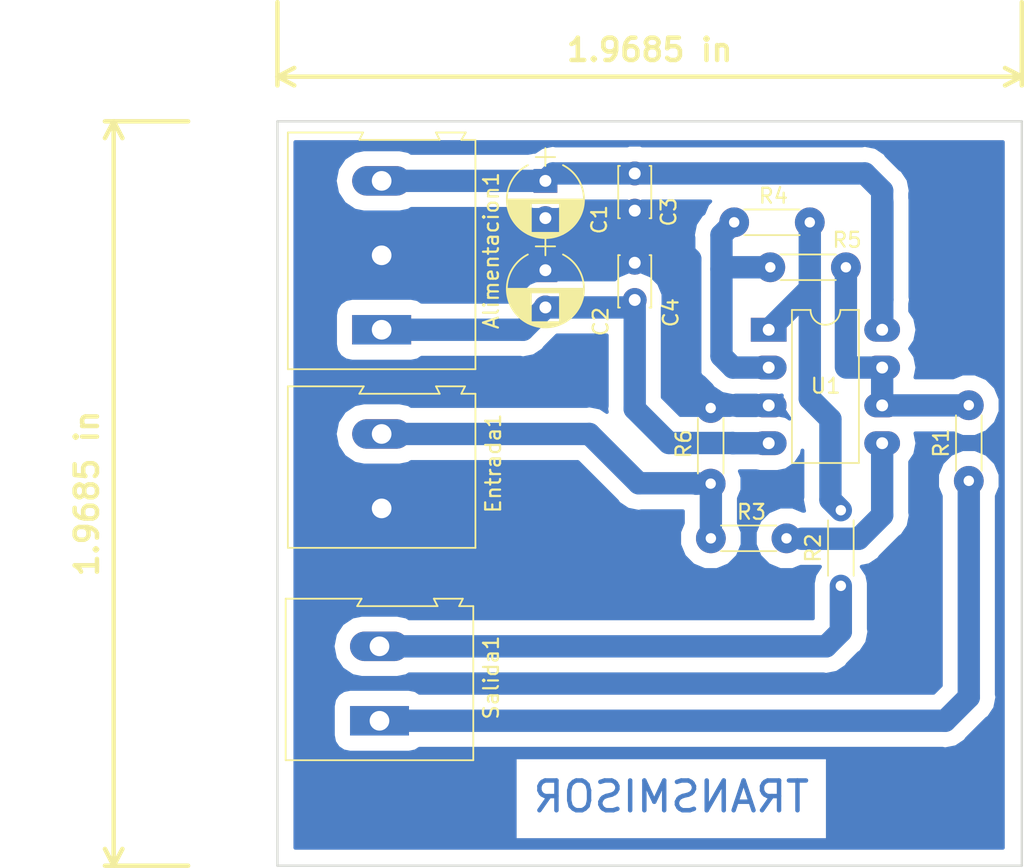
<source format=kicad_pcb>
(kicad_pcb (version 20171130) (host pcbnew 5.0.0-fee4fd1~66~ubuntu16.04.1)

  (general
    (thickness 1.6)
    (drawings 7)
    (tracks 75)
    (zones 0)
    (modules 14)
    (nets 11)
  )

  (page A4)
  (layers
    (0 F.Cu signal)
    (31 B.Cu signal)
    (32 B.Adhes user)
    (33 F.Adhes user)
    (34 B.Paste user)
    (35 F.Paste user)
    (36 B.SilkS user)
    (37 F.SilkS user)
    (38 B.Mask user)
    (39 F.Mask user)
    (40 Dwgs.User user)
    (41 Cmts.User user)
    (42 Eco1.User user)
    (43 Eco2.User user)
    (44 Edge.Cuts user)
    (45 Margin user)
    (46 B.CrtYd user)
    (47 F.CrtYd user)
    (48 B.Fab user)
    (49 F.Fab user)
  )

  (setup
    (last_trace_width 1.5)
    (user_trace_width 0.6)
    (user_trace_width 0.7)
    (user_trace_width 1)
    (user_trace_width 1.2)
    (user_trace_width 1.4)
    (user_trace_width 1.5)
    (user_trace_width 2)
    (user_trace_width 2.2)
    (trace_clearance 0.2)
    (zone_clearance 1)
    (zone_45_only no)
    (trace_min 0.2)
    (segment_width 0.2)
    (edge_width 0.15)
    (via_size 0.8)
    (via_drill 0.4)
    (via_min_size 0.4)
    (via_min_drill 0.3)
    (uvia_size 0.3)
    (uvia_drill 0.1)
    (uvias_allowed no)
    (uvia_min_size 0.2)
    (uvia_min_drill 0.1)
    (pcb_text_width 0.3)
    (pcb_text_size 1.5 1.5)
    (mod_edge_width 0.15)
    (mod_text_size 1 1)
    (mod_text_width 0.15)
    (pad_size 1.4 1.4)
    (pad_drill 0.7)
    (pad_to_mask_clearance 0.2)
    (aux_axis_origin 0 0)
    (visible_elements 7FFDFFFF)
    (pcbplotparams
      (layerselection 0x01000_fffffffe)
      (usegerberextensions false)
      (usegerberattributes false)
      (usegerberadvancedattributes false)
      (creategerberjobfile false)
      (excludeedgelayer true)
      (linewidth 0.100000)
      (plotframeref false)
      (viasonmask false)
      (mode 1)
      (useauxorigin false)
      (hpglpennumber 1)
      (hpglpenspeed 20)
      (hpglpendiameter 15.000000)
      (psnegative false)
      (psa4output false)
      (plotreference true)
      (plotvalue true)
      (plotinvisibletext false)
      (padsonsilk false)
      (subtractmaskfromsilk false)
      (outputformat 4)
      (mirror false)
      (drillshape 1)
      (scaleselection 1)
      (outputdirectory "/home/nahuel/MEGA/KiCAD/Amplificador de Linea/Transmisor/PDF/"))
  )

  (net 0 "")
  (net 1 VDD)
  (net 2 GNDREF)
  (net 3 VSS)
  (net 4 "Net-(Entrada1-Pad2)")
  (net 5 "Net-(R1-Pad2)")
  (net 6 "Net-(R1-Pad1)")
  (net 7 "Net-(R2-Pad2)")
  (net 8 "Net-(R2-Pad1)")
  (net 9 "Net-(R3-Pad1)")
  (net 10 "Net-(R4-Pad1)")

  (net_class Default "Esta es la clase de red por defecto."
    (clearance 0.2)
    (trace_width 0.25)
    (via_dia 0.8)
    (via_drill 0.4)
    (uvia_dia 0.3)
    (uvia_drill 0.1)
    (add_net GNDREF)
    (add_net "Net-(Entrada1-Pad2)")
    (add_net "Net-(R1-Pad1)")
    (add_net "Net-(R1-Pad2)")
    (add_net "Net-(R2-Pad1)")
    (add_net "Net-(R2-Pad2)")
    (add_net "Net-(R3-Pad1)")
    (add_net "Net-(R4-Pad1)")
    (add_net VDD)
    (add_net VSS)
  )

  (module Connectors_Terminal_Blocks:TerminalBlock_Altech_AK300-3_P5.00mm (layer F.Cu) (tedit 59FF0306) (tstamp 5B6CA4F5)
    (at 126.14526 60.73498 90)
    (descr "Altech AK300 terminal block, pitch 5.0mm, 45 degree angled, see http://www.mouser.com/ds/2/16/PCBMETRC-24178.pdf")
    (tags "Altech AK300 terminal block pitch 5.0mm")
    (path /5B5B69BF)
    (fp_text reference Alimentacion1 (at 5.31498 7.35474 90) (layer F.SilkS)
      (effects (font (size 1 1) (thickness 0.15)))
    )
    (fp_text value "-12V 0V +12V" (at 4.95 7.3 90) (layer F.Fab)
      (effects (font (size 1 1) (thickness 0.15)))
    )
    (fp_arc (start -1.16 -4.66) (end -1.44 -4.14) (angle 104.2) (layer F.Fab) (width 0.1))
    (fp_arc (start -0.04 -3.72) (end -1.64 -5.01) (angle 100) (layer F.Fab) (width 0.1))
    (fp_arc (start 0.04 -6.08) (end 1.5 -4.13) (angle 75.5) (layer F.Fab) (width 0.1))
    (fp_arc (start 1 -4.6) (end 1.51 -5.06) (angle 90.5) (layer F.Fab) (width 0.1))
    (fp_arc (start 3.85 -4.66) (end 3.56 -4.14) (angle 104.2) (layer F.Fab) (width 0.1))
    (fp_arc (start 4.96 -3.72) (end 3.36 -5.01) (angle 100) (layer F.Fab) (width 0.1))
    (fp_arc (start 5.04 -6.08) (end 6.5 -4.13) (angle 75.5) (layer F.Fab) (width 0.1))
    (fp_arc (start 6.01 -4.6) (end 6.51 -5.06) (angle 90.5) (layer F.Fab) (width 0.1))
    (fp_arc (start 11.09 -4.6) (end 11.59 -5.06) (angle 90.5) (layer F.Fab) (width 0.1))
    (fp_arc (start 10.12 -6.08) (end 11.58 -4.13) (angle 75.5) (layer F.Fab) (width 0.1))
    (fp_arc (start 10.04 -3.72) (end 8.44 -5.01) (angle 100) (layer F.Fab) (width 0.1))
    (fp_arc (start 8.93 -4.66) (end 8.64 -4.14) (angle 104.2) (layer F.Fab) (width 0.1))
    (fp_line (start 13.42 6.46) (end -2.83 6.46) (layer F.CrtYd) (width 0.05))
    (fp_line (start 13.42 6.46) (end 13.42 -6.48) (layer F.CrtYd) (width 0.05))
    (fp_line (start -2.83 -6.48) (end -2.83 6.46) (layer F.CrtYd) (width 0.05))
    (fp_line (start -2.83 -6.48) (end 13.42 -6.48) (layer F.CrtYd) (width 0.05))
    (fp_line (start 3.34 -0.26) (end 6.64 -0.26) (layer F.Fab) (width 0.1))
    (fp_line (start 2.96 -0.26) (end 3.34 -0.26) (layer F.Fab) (width 0.1))
    (fp_line (start 7.02 -0.26) (end 6.64 -0.26) (layer F.Fab) (width 0.1))
    (fp_line (start 1.64 -0.26) (end -1.67 -0.26) (layer F.Fab) (width 0.1))
    (fp_line (start 2.02 -0.26) (end 1.64 -0.26) (layer F.Fab) (width 0.1))
    (fp_line (start -2.05 -0.26) (end -1.67 -0.26) (layer F.Fab) (width 0.1))
    (fp_line (start -1.51 -4.33) (end 1.53 -4.96) (layer F.Fab) (width 0.1))
    (fp_line (start -1.64 -4.46) (end 1.41 -5.09) (layer F.Fab) (width 0.1))
    (fp_line (start 3.49 -4.33) (end 6.54 -4.96) (layer F.Fab) (width 0.1))
    (fp_line (start 3.36 -4.46) (end 6.41 -5.09) (layer F.Fab) (width 0.1))
    (fp_line (start 2.02 -5.98) (end -2.05 -5.98) (layer F.Fab) (width 0.1))
    (fp_line (start -2.05 -3.44) (end -2.05 -5.98) (layer F.Fab) (width 0.1))
    (fp_line (start 2.02 -3.44) (end -2.05 -3.44) (layer F.Fab) (width 0.1))
    (fp_line (start 2.02 -3.44) (end 2.02 -5.98) (layer F.Fab) (width 0.1))
    (fp_line (start 7.02 -3.44) (end 2.96 -3.44) (layer F.Fab) (width 0.1))
    (fp_line (start 7.02 -5.98) (end 7.02 -3.44) (layer F.Fab) (width 0.1))
    (fp_line (start 2.96 -5.98) (end 7.02 -5.98) (layer F.Fab) (width 0.1))
    (fp_line (start 2.96 -3.44) (end 2.96 -5.98) (layer F.Fab) (width 0.1))
    (fp_line (start -2.58 -3.19) (end -2.58 -6.23) (layer F.Fab) (width 0.1))
    (fp_line (start -2.58 -3.19) (end 7.58 -3.19) (layer F.Fab) (width 0.1))
    (fp_line (start -2.58 -0.65) (end -2.58 -3.19) (layer F.Fab) (width 0.1))
    (fp_line (start -2.58 6.21) (end -2.58 -0.65) (layer F.Fab) (width 0.1))
    (fp_line (start 6.64 0.5) (end 6.26 0.5) (layer F.Fab) (width 0.1))
    (fp_line (start 3.34 0.5) (end 3.72 0.5) (layer F.Fab) (width 0.1))
    (fp_line (start 1.64 0.5) (end 1.26 0.5) (layer F.Fab) (width 0.1))
    (fp_line (start -1.67 0.5) (end -1.28 0.5) (layer F.Fab) (width 0.1))
    (fp_line (start -1.67 3.67) (end -1.67 0.5) (layer F.Fab) (width 0.1))
    (fp_line (start 1.64 3.67) (end -1.67 3.67) (layer F.Fab) (width 0.1))
    (fp_line (start 1.64 3.67) (end 1.64 0.5) (layer F.Fab) (width 0.1))
    (fp_line (start 3.34 3.67) (end 3.34 0.5) (layer F.Fab) (width 0.1))
    (fp_line (start 6.64 3.67) (end 3.34 3.67) (layer F.Fab) (width 0.1))
    (fp_line (start 6.64 3.67) (end 6.64 0.5) (layer F.Fab) (width 0.1))
    (fp_line (start -2.05 4.31) (end -2.05 6.21) (layer F.Fab) (width 0.1))
    (fp_line (start 2.02 4.31) (end 2.02 -0.26) (layer F.Fab) (width 0.1))
    (fp_line (start 2.02 4.31) (end -2.05 4.31) (layer F.Fab) (width 0.1))
    (fp_line (start 7.02 4.31) (end 7.02 6.21) (layer F.Fab) (width 0.1))
    (fp_line (start 2.96 4.31) (end 2.96 -0.26) (layer F.Fab) (width 0.1))
    (fp_line (start 2.96 4.31) (end 7.02 4.31) (layer F.Fab) (width 0.1))
    (fp_line (start -2.05 6.21) (end 2.02 6.21) (layer F.Fab) (width 0.1))
    (fp_line (start -2.58 6.21) (end -2.05 6.21) (layer F.Fab) (width 0.1))
    (fp_line (start -2.05 -0.26) (end -2.05 4.31) (layer F.Fab) (width 0.1))
    (fp_line (start 2.02 6.21) (end 2.96 6.21) (layer F.Fab) (width 0.1))
    (fp_line (start 2.02 6.21) (end 2.02 4.31) (layer F.Fab) (width 0.1))
    (fp_line (start 7.02 6.21) (end 7.58 6.21) (layer F.Fab) (width 0.1))
    (fp_line (start 2.96 6.21) (end 7.02 6.21) (layer F.Fab) (width 0.1))
    (fp_line (start 7.02 -0.26) (end 7.02 4.31) (layer F.Fab) (width 0.1))
    (fp_line (start 2.96 6.21) (end 2.96 4.31) (layer F.Fab) (width 0.1))
    (fp_line (start 8.02 4.05) (end 8.02 5.2) (layer F.Fab) (width 0.1))
    (fp_line (start 8.02 5.2) (end 8.02 6.21) (layer F.Fab) (width 0.1))
    (fp_line (start 3.72 2.53) (end 3.72 -0.26) (layer F.Fab) (width 0.1))
    (fp_line (start 3.72 -0.26) (end 6.26 -0.26) (layer F.Fab) (width 0.1))
    (fp_line (start 6.26 2.53) (end 6.26 -0.26) (layer F.Fab) (width 0.1))
    (fp_line (start 3.72 2.53) (end 6.26 2.53) (layer F.Fab) (width 0.1))
    (fp_line (start -1.28 2.53) (end -1.28 -0.26) (layer F.Fab) (width 0.1))
    (fp_line (start -1.28 -0.26) (end 1.26 -0.26) (layer F.Fab) (width 0.1))
    (fp_line (start 1.26 2.53) (end 1.26 -0.26) (layer F.Fab) (width 0.1))
    (fp_line (start -1.28 2.53) (end 1.26 2.53) (layer F.Fab) (width 0.1))
    (fp_line (start 8.8 2.53) (end 11.34 2.53) (layer F.Fab) (width 0.1))
    (fp_line (start 11.34 2.53) (end 11.34 -0.26) (layer F.Fab) (width 0.1))
    (fp_line (start 8.8 -0.26) (end 11.34 -0.26) (layer F.Fab) (width 0.1))
    (fp_line (start 8.8 2.53) (end 8.8 -0.26) (layer F.Fab) (width 0.1))
    (fp_line (start 12.66 -6.23) (end 12.66 -3.19) (layer F.Fab) (width 0.1))
    (fp_line (start 12.66 -6.23) (end 13.17 -6.23) (layer F.Fab) (width 0.1))
    (fp_line (start 13.17 -6.23) (end 13.17 -1.41) (layer F.Fab) (width 0.1))
    (fp_line (start 13.17 -1.41) (end 12.66 -1.66) (layer F.Fab) (width 0.1))
    (fp_line (start 13.17 5.45) (end 12.66 5.2) (layer F.Fab) (width 0.1))
    (fp_line (start 12.66 5.2) (end 12.66 6.21) (layer F.Fab) (width 0.1))
    (fp_line (start 13.17 3.8) (end 12.66 4.05) (layer F.Fab) (width 0.1))
    (fp_line (start 12.66 4.05) (end 12.66 5.2) (layer F.Fab) (width 0.1))
    (fp_line (start 13.17 3.8) (end 13.17 5.45) (layer F.Fab) (width 0.1))
    (fp_line (start 8.04 6.21) (end 8.04 4.31) (layer F.Fab) (width 0.1))
    (fp_line (start 12.1 -0.26) (end 12.1 4.31) (layer F.Fab) (width 0.1))
    (fp_line (start 12.1 6.21) (end 12.66 6.21) (layer F.Fab) (width 0.1))
    (fp_line (start 8.04 4.31) (end 12.1 4.31) (layer F.Fab) (width 0.1))
    (fp_line (start 12.1 4.31) (end 12.1 6.21) (layer F.Fab) (width 0.1))
    (fp_line (start 11.72 3.67) (end 11.72 0.5) (layer F.Fab) (width 0.1))
    (fp_line (start 11.72 3.67) (end 8.42 3.67) (layer F.Fab) (width 0.1))
    (fp_line (start 8.42 3.67) (end 8.42 0.5) (layer F.Fab) (width 0.1))
    (fp_line (start 8.42 0.5) (end 8.8 0.5) (layer F.Fab) (width 0.1))
    (fp_line (start 11.72 0.5) (end 11.34 0.5) (layer F.Fab) (width 0.1))
    (fp_line (start 12.66 -1.66) (end 12.66 -0.65) (layer F.Fab) (width 0.1))
    (fp_line (start 12.66 -0.65) (end 12.66 4.05) (layer F.Fab) (width 0.1))
    (fp_line (start 12.66 -3.19) (end 12.66 -1.66) (layer F.Fab) (width 0.1))
    (fp_line (start 8.04 -3.44) (end 8.04 -5.98) (layer F.Fab) (width 0.1))
    (fp_line (start 8.04 -5.98) (end 12.1 -5.98) (layer F.Fab) (width 0.1))
    (fp_line (start 12.1 -5.98) (end 12.1 -3.44) (layer F.Fab) (width 0.1))
    (fp_line (start 12.1 -3.44) (end 8.04 -3.44) (layer F.Fab) (width 0.1))
    (fp_line (start 8.44 -4.46) (end 11.49 -5.09) (layer F.Fab) (width 0.1))
    (fp_line (start 8.57 -4.33) (end 11.62 -4.96) (layer F.Fab) (width 0.1))
    (fp_line (start 12.1 -0.26) (end 11.72 -0.26) (layer F.Fab) (width 0.1))
    (fp_line (start 8.04 -0.26) (end 8.42 -0.26) (layer F.Fab) (width 0.1))
    (fp_line (start 8.42 -0.26) (end 11.72 -0.26) (layer F.Fab) (width 0.1))
    (fp_line (start -2.58 -6.23) (end 12.66 -6.23) (layer F.Fab) (width 0.1))
    (fp_line (start 7.58 -3.19) (end 12.6 -3.19) (layer F.Fab) (width 0.1))
    (fp_line (start 12.09 6.21) (end 7.58 6.21) (layer F.Fab) (width 0.1))
    (fp_line (start 8.02 3.99) (end 8.02 -0.26) (layer F.Fab) (width 0.1))
    (fp_line (start 12.66 -0.65) (end -2.52 -0.65) (layer F.Fab) (width 0.1))
    (fp_line (start 13.25 -6.3) (end -2.65 -6.3) (layer F.SilkS) (width 0.12))
    (fp_line (start 13.25 -1.25) (end 13.25 -6.3) (layer F.SilkS) (width 0.12))
    (fp_line (start 12.75 -1.5) (end 13.25 -1.25) (layer F.SilkS) (width 0.12))
    (fp_line (start 12.75 3.9) (end 12.75 -1.5) (layer F.SilkS) (width 0.12))
    (fp_line (start 13.25 3.65) (end 12.75 3.9) (layer F.SilkS) (width 0.12))
    (fp_line (start 13.25 5.65) (end 13.25 3.65) (layer F.SilkS) (width 0.12))
    (fp_line (start 12.75 5.35) (end 13.25 5.65) (layer F.SilkS) (width 0.12))
    (fp_line (start 12.75 6.3) (end 12.75 5.35) (layer F.SilkS) (width 0.12))
    (fp_line (start -2.65 6.3) (end 12.75 6.3) (layer F.SilkS) (width 0.12))
    (fp_line (start -2.65 -6.3) (end -2.65 6.3) (layer F.SilkS) (width 0.12))
    (fp_text user %R (at 5 -2 90) (layer F.Fab)
      (effects (font (size 1 1) (thickness 0.15)))
    )
    (pad 3 thru_hole oval (at 10 0 90) (size 1.98 3.96) (drill 1.32) (layers *.Cu *.Mask)
      (net 1 VDD))
    (pad 2 thru_hole oval (at 5 0 90) (size 1.98 3.96) (drill 1.32) (layers *.Cu *.Mask)
      (net 2 GNDREF))
    (pad 1 thru_hole rect (at 0 0 90) (size 1.98 3.96) (drill 1.32) (layers *.Cu *.Mask)
      (net 3 VSS))
    (model ${KISYS3DMOD}/Terminal_Blocks.3dshapes/TerminalBlock_Altech_AK300-3_P5.00mm.wrl
      (at (xyz 0 0 0))
      (scale (xyz 1 1 1))
      (rotate (xyz 0 0 0))
    )
  )

  (module Capacitors_THT:CP_Radial_D5.0mm_P2.50mm (layer F.Cu) (tedit 597BC7C2) (tstamp 5B5B6EDB)
    (at 137.14526 50.73498 270)
    (descr "CP, Radial series, Radial, pin pitch=2.50mm, , diameter=5mm, Electrolytic Capacitor")
    (tags "CP Radial series Radial pin pitch 2.50mm  diameter 5mm Electrolytic Capacitor")
    (path /5B5B6580)
    (fp_text reference C1 (at 2.60248 -3.61646 270) (layer F.SilkS)
      (effects (font (size 1 1) (thickness 0.15)))
    )
    (fp_text value 100uF (at -1.09068 -3.59106 270) (layer F.Fab)
      (effects (font (size 1 1) (thickness 0.15)))
    )
    (fp_text user %R (at 1.25 0 270) (layer F.Fab)
      (effects (font (size 1 1) (thickness 0.15)))
    )
    (fp_line (start 4.1 -2.85) (end -1.6 -2.85) (layer F.CrtYd) (width 0.05))
    (fp_line (start 4.1 2.85) (end 4.1 -2.85) (layer F.CrtYd) (width 0.05))
    (fp_line (start -1.6 2.85) (end 4.1 2.85) (layer F.CrtYd) (width 0.05))
    (fp_line (start -1.6 -2.85) (end -1.6 2.85) (layer F.CrtYd) (width 0.05))
    (fp_line (start -1.6 -0.65) (end -1.6 0.65) (layer F.SilkS) (width 0.12))
    (fp_line (start -2.2 0) (end -1 0) (layer F.SilkS) (width 0.12))
    (fp_line (start 3.811 -0.354) (end 3.811 0.354) (layer F.SilkS) (width 0.12))
    (fp_line (start 3.771 -0.559) (end 3.771 0.559) (layer F.SilkS) (width 0.12))
    (fp_line (start 3.731 -0.707) (end 3.731 0.707) (layer F.SilkS) (width 0.12))
    (fp_line (start 3.691 -0.829) (end 3.691 0.829) (layer F.SilkS) (width 0.12))
    (fp_line (start 3.651 -0.934) (end 3.651 0.934) (layer F.SilkS) (width 0.12))
    (fp_line (start 3.611 -1.028) (end 3.611 1.028) (layer F.SilkS) (width 0.12))
    (fp_line (start 3.571 -1.112) (end 3.571 1.112) (layer F.SilkS) (width 0.12))
    (fp_line (start 3.531 -1.189) (end 3.531 1.189) (layer F.SilkS) (width 0.12))
    (fp_line (start 3.491 -1.261) (end 3.491 1.261) (layer F.SilkS) (width 0.12))
    (fp_line (start 3.451 0.98) (end 3.451 1.327) (layer F.SilkS) (width 0.12))
    (fp_line (start 3.451 -1.327) (end 3.451 -0.98) (layer F.SilkS) (width 0.12))
    (fp_line (start 3.411 0.98) (end 3.411 1.39) (layer F.SilkS) (width 0.12))
    (fp_line (start 3.411 -1.39) (end 3.411 -0.98) (layer F.SilkS) (width 0.12))
    (fp_line (start 3.371 0.98) (end 3.371 1.448) (layer F.SilkS) (width 0.12))
    (fp_line (start 3.371 -1.448) (end 3.371 -0.98) (layer F.SilkS) (width 0.12))
    (fp_line (start 3.331 0.98) (end 3.331 1.504) (layer F.SilkS) (width 0.12))
    (fp_line (start 3.331 -1.504) (end 3.331 -0.98) (layer F.SilkS) (width 0.12))
    (fp_line (start 3.291 0.98) (end 3.291 1.556) (layer F.SilkS) (width 0.12))
    (fp_line (start 3.291 -1.556) (end 3.291 -0.98) (layer F.SilkS) (width 0.12))
    (fp_line (start 3.251 0.98) (end 3.251 1.606) (layer F.SilkS) (width 0.12))
    (fp_line (start 3.251 -1.606) (end 3.251 -0.98) (layer F.SilkS) (width 0.12))
    (fp_line (start 3.211 0.98) (end 3.211 1.654) (layer F.SilkS) (width 0.12))
    (fp_line (start 3.211 -1.654) (end 3.211 -0.98) (layer F.SilkS) (width 0.12))
    (fp_line (start 3.171 0.98) (end 3.171 1.699) (layer F.SilkS) (width 0.12))
    (fp_line (start 3.171 -1.699) (end 3.171 -0.98) (layer F.SilkS) (width 0.12))
    (fp_line (start 3.131 0.98) (end 3.131 1.742) (layer F.SilkS) (width 0.12))
    (fp_line (start 3.131 -1.742) (end 3.131 -0.98) (layer F.SilkS) (width 0.12))
    (fp_line (start 3.091 0.98) (end 3.091 1.783) (layer F.SilkS) (width 0.12))
    (fp_line (start 3.091 -1.783) (end 3.091 -0.98) (layer F.SilkS) (width 0.12))
    (fp_line (start 3.051 0.98) (end 3.051 1.823) (layer F.SilkS) (width 0.12))
    (fp_line (start 3.051 -1.823) (end 3.051 -0.98) (layer F.SilkS) (width 0.12))
    (fp_line (start 3.011 0.98) (end 3.011 1.861) (layer F.SilkS) (width 0.12))
    (fp_line (start 3.011 -1.861) (end 3.011 -0.98) (layer F.SilkS) (width 0.12))
    (fp_line (start 2.971 0.98) (end 2.971 1.897) (layer F.SilkS) (width 0.12))
    (fp_line (start 2.971 -1.897) (end 2.971 -0.98) (layer F.SilkS) (width 0.12))
    (fp_line (start 2.931 0.98) (end 2.931 1.932) (layer F.SilkS) (width 0.12))
    (fp_line (start 2.931 -1.932) (end 2.931 -0.98) (layer F.SilkS) (width 0.12))
    (fp_line (start 2.891 0.98) (end 2.891 1.965) (layer F.SilkS) (width 0.12))
    (fp_line (start 2.891 -1.965) (end 2.891 -0.98) (layer F.SilkS) (width 0.12))
    (fp_line (start 2.851 0.98) (end 2.851 1.997) (layer F.SilkS) (width 0.12))
    (fp_line (start 2.851 -1.997) (end 2.851 -0.98) (layer F.SilkS) (width 0.12))
    (fp_line (start 2.811 0.98) (end 2.811 2.028) (layer F.SilkS) (width 0.12))
    (fp_line (start 2.811 -2.028) (end 2.811 -0.98) (layer F.SilkS) (width 0.12))
    (fp_line (start 2.771 0.98) (end 2.771 2.058) (layer F.SilkS) (width 0.12))
    (fp_line (start 2.771 -2.058) (end 2.771 -0.98) (layer F.SilkS) (width 0.12))
    (fp_line (start 2.731 0.98) (end 2.731 2.086) (layer F.SilkS) (width 0.12))
    (fp_line (start 2.731 -2.086) (end 2.731 -0.98) (layer F.SilkS) (width 0.12))
    (fp_line (start 2.691 0.98) (end 2.691 2.113) (layer F.SilkS) (width 0.12))
    (fp_line (start 2.691 -2.113) (end 2.691 -0.98) (layer F.SilkS) (width 0.12))
    (fp_line (start 2.651 0.98) (end 2.651 2.14) (layer F.SilkS) (width 0.12))
    (fp_line (start 2.651 -2.14) (end 2.651 -0.98) (layer F.SilkS) (width 0.12))
    (fp_line (start 2.611 0.98) (end 2.611 2.165) (layer F.SilkS) (width 0.12))
    (fp_line (start 2.611 -2.165) (end 2.611 -0.98) (layer F.SilkS) (width 0.12))
    (fp_line (start 2.571 0.98) (end 2.571 2.189) (layer F.SilkS) (width 0.12))
    (fp_line (start 2.571 -2.189) (end 2.571 -0.98) (layer F.SilkS) (width 0.12))
    (fp_line (start 2.531 0.98) (end 2.531 2.212) (layer F.SilkS) (width 0.12))
    (fp_line (start 2.531 -2.212) (end 2.531 -0.98) (layer F.SilkS) (width 0.12))
    (fp_line (start 2.491 0.98) (end 2.491 2.234) (layer F.SilkS) (width 0.12))
    (fp_line (start 2.491 -2.234) (end 2.491 -0.98) (layer F.SilkS) (width 0.12))
    (fp_line (start 2.451 0.98) (end 2.451 2.256) (layer F.SilkS) (width 0.12))
    (fp_line (start 2.451 -2.256) (end 2.451 -0.98) (layer F.SilkS) (width 0.12))
    (fp_line (start 2.411 0.98) (end 2.411 2.276) (layer F.SilkS) (width 0.12))
    (fp_line (start 2.411 -2.276) (end 2.411 -0.98) (layer F.SilkS) (width 0.12))
    (fp_line (start 2.371 0.98) (end 2.371 2.296) (layer F.SilkS) (width 0.12))
    (fp_line (start 2.371 -2.296) (end 2.371 -0.98) (layer F.SilkS) (width 0.12))
    (fp_line (start 2.331 0.98) (end 2.331 2.315) (layer F.SilkS) (width 0.12))
    (fp_line (start 2.331 -2.315) (end 2.331 -0.98) (layer F.SilkS) (width 0.12))
    (fp_line (start 2.291 0.98) (end 2.291 2.333) (layer F.SilkS) (width 0.12))
    (fp_line (start 2.291 -2.333) (end 2.291 -0.98) (layer F.SilkS) (width 0.12))
    (fp_line (start 2.251 0.98) (end 2.251 2.35) (layer F.SilkS) (width 0.12))
    (fp_line (start 2.251 -2.35) (end 2.251 -0.98) (layer F.SilkS) (width 0.12))
    (fp_line (start 2.211 0.98) (end 2.211 2.366) (layer F.SilkS) (width 0.12))
    (fp_line (start 2.211 -2.366) (end 2.211 -0.98) (layer F.SilkS) (width 0.12))
    (fp_line (start 2.171 0.98) (end 2.171 2.382) (layer F.SilkS) (width 0.12))
    (fp_line (start 2.171 -2.382) (end 2.171 -0.98) (layer F.SilkS) (width 0.12))
    (fp_line (start 2.131 0.98) (end 2.131 2.396) (layer F.SilkS) (width 0.12))
    (fp_line (start 2.131 -2.396) (end 2.131 -0.98) (layer F.SilkS) (width 0.12))
    (fp_line (start 2.091 0.98) (end 2.091 2.41) (layer F.SilkS) (width 0.12))
    (fp_line (start 2.091 -2.41) (end 2.091 -0.98) (layer F.SilkS) (width 0.12))
    (fp_line (start 2.051 0.98) (end 2.051 2.424) (layer F.SilkS) (width 0.12))
    (fp_line (start 2.051 -2.424) (end 2.051 -0.98) (layer F.SilkS) (width 0.12))
    (fp_line (start 2.011 0.98) (end 2.011 2.436) (layer F.SilkS) (width 0.12))
    (fp_line (start 2.011 -2.436) (end 2.011 -0.98) (layer F.SilkS) (width 0.12))
    (fp_line (start 1.971 0.98) (end 1.971 2.448) (layer F.SilkS) (width 0.12))
    (fp_line (start 1.971 -2.448) (end 1.971 -0.98) (layer F.SilkS) (width 0.12))
    (fp_line (start 1.93 0.98) (end 1.93 2.46) (layer F.SilkS) (width 0.12))
    (fp_line (start 1.93 -2.46) (end 1.93 -0.98) (layer F.SilkS) (width 0.12))
    (fp_line (start 1.89 0.98) (end 1.89 2.47) (layer F.SilkS) (width 0.12))
    (fp_line (start 1.89 -2.47) (end 1.89 -0.98) (layer F.SilkS) (width 0.12))
    (fp_line (start 1.85 0.98) (end 1.85 2.48) (layer F.SilkS) (width 0.12))
    (fp_line (start 1.85 -2.48) (end 1.85 -0.98) (layer F.SilkS) (width 0.12))
    (fp_line (start 1.81 0.98) (end 1.81 2.489) (layer F.SilkS) (width 0.12))
    (fp_line (start 1.81 -2.489) (end 1.81 -0.98) (layer F.SilkS) (width 0.12))
    (fp_line (start 1.77 0.98) (end 1.77 2.498) (layer F.SilkS) (width 0.12))
    (fp_line (start 1.77 -2.498) (end 1.77 -0.98) (layer F.SilkS) (width 0.12))
    (fp_line (start 1.73 0.98) (end 1.73 2.506) (layer F.SilkS) (width 0.12))
    (fp_line (start 1.73 -2.506) (end 1.73 -0.98) (layer F.SilkS) (width 0.12))
    (fp_line (start 1.69 0.98) (end 1.69 2.513) (layer F.SilkS) (width 0.12))
    (fp_line (start 1.69 -2.513) (end 1.69 -0.98) (layer F.SilkS) (width 0.12))
    (fp_line (start 1.65 0.98) (end 1.65 2.519) (layer F.SilkS) (width 0.12))
    (fp_line (start 1.65 -2.519) (end 1.65 -0.98) (layer F.SilkS) (width 0.12))
    (fp_line (start 1.61 0.98) (end 1.61 2.525) (layer F.SilkS) (width 0.12))
    (fp_line (start 1.61 -2.525) (end 1.61 -0.98) (layer F.SilkS) (width 0.12))
    (fp_line (start 1.57 0.98) (end 1.57 2.531) (layer F.SilkS) (width 0.12))
    (fp_line (start 1.57 -2.531) (end 1.57 -0.98) (layer F.SilkS) (width 0.12))
    (fp_line (start 1.53 0.98) (end 1.53 2.535) (layer F.SilkS) (width 0.12))
    (fp_line (start 1.53 -2.535) (end 1.53 -0.98) (layer F.SilkS) (width 0.12))
    (fp_line (start 1.49 -2.539) (end 1.49 2.539) (layer F.SilkS) (width 0.12))
    (fp_line (start 1.45 -2.543) (end 1.45 2.543) (layer F.SilkS) (width 0.12))
    (fp_line (start 1.41 -2.546) (end 1.41 2.546) (layer F.SilkS) (width 0.12))
    (fp_line (start 1.37 -2.548) (end 1.37 2.548) (layer F.SilkS) (width 0.12))
    (fp_line (start 1.33 -2.549) (end 1.33 2.549) (layer F.SilkS) (width 0.12))
    (fp_line (start 1.29 -2.55) (end 1.29 2.55) (layer F.SilkS) (width 0.12))
    (fp_line (start 1.25 -2.55) (end 1.25 2.55) (layer F.SilkS) (width 0.12))
    (fp_line (start -1.6 -0.65) (end -1.6 0.65) (layer F.Fab) (width 0.1))
    (fp_line (start -2.2 0) (end -1 0) (layer F.Fab) (width 0.1))
    (fp_circle (center 1.25 0) (end 3.75 0) (layer F.Fab) (width 0.1))
    (fp_arc (start 1.25 0) (end 3.55558 -1.18) (angle 54.2) (layer F.SilkS) (width 0.12))
    (fp_arc (start 1.25 0) (end -1.05558 1.18) (angle -125.8) (layer F.SilkS) (width 0.12))
    (fp_arc (start 1.25 0) (end -1.05558 -1.18) (angle 125.8) (layer F.SilkS) (width 0.12))
    (pad 2 thru_hole circle (at 2.5 0 270) (size 1.6 1.6) (drill 0.8) (layers *.Cu *.Mask)
      (net 2 GNDREF))
    (pad 1 thru_hole rect (at 0 0 270) (size 1.6 1.6) (drill 0.8) (layers *.Cu *.Mask)
      (net 1 VDD))
    (model ${KISYS3DMOD}/Capacitors_THT.3dshapes/CP_Radial_D5.0mm_P2.50mm.wrl
      (at (xyz 0 0 0))
      (scale (xyz 1 1 1))
      (rotate (xyz 0 0 0))
    )
  )

  (module Capacitors_THT:CP_Radial_D5.0mm_P2.50mm (layer F.Cu) (tedit 597BC7C2) (tstamp 5B5B6F60)
    (at 137.14526 56.73498 270)
    (descr "CP, Radial series, Radial, pin pitch=2.50mm, , diameter=5mm, Electrolytic Capacitor")
    (tags "CP Radial series Radial pin pitch 2.50mm  diameter 5mm Electrolytic Capacitor")
    (path /5B5C4312)
    (fp_text reference C2 (at 3.4554 -3.71806 270) (layer F.SilkS)
      (effects (font (size 1 1) (thickness 0.15)))
    )
    (fp_text value 100uF (at 0.3185 -3.64948 270) (layer F.Fab)
      (effects (font (size 1 1) (thickness 0.15)))
    )
    (fp_arc (start 1.25 0) (end -1.05558 -1.18) (angle 125.8) (layer F.SilkS) (width 0.12))
    (fp_arc (start 1.25 0) (end -1.05558 1.18) (angle -125.8) (layer F.SilkS) (width 0.12))
    (fp_arc (start 1.25 0) (end 3.55558 -1.18) (angle 54.2) (layer F.SilkS) (width 0.12))
    (fp_circle (center 1.25 0) (end 3.75 0) (layer F.Fab) (width 0.1))
    (fp_line (start -2.2 0) (end -1 0) (layer F.Fab) (width 0.1))
    (fp_line (start -1.6 -0.65) (end -1.6 0.65) (layer F.Fab) (width 0.1))
    (fp_line (start 1.25 -2.55) (end 1.25 2.55) (layer F.SilkS) (width 0.12))
    (fp_line (start 1.29 -2.55) (end 1.29 2.55) (layer F.SilkS) (width 0.12))
    (fp_line (start 1.33 -2.549) (end 1.33 2.549) (layer F.SilkS) (width 0.12))
    (fp_line (start 1.37 -2.548) (end 1.37 2.548) (layer F.SilkS) (width 0.12))
    (fp_line (start 1.41 -2.546) (end 1.41 2.546) (layer F.SilkS) (width 0.12))
    (fp_line (start 1.45 -2.543) (end 1.45 2.543) (layer F.SilkS) (width 0.12))
    (fp_line (start 1.49 -2.539) (end 1.49 2.539) (layer F.SilkS) (width 0.12))
    (fp_line (start 1.53 -2.535) (end 1.53 -0.98) (layer F.SilkS) (width 0.12))
    (fp_line (start 1.53 0.98) (end 1.53 2.535) (layer F.SilkS) (width 0.12))
    (fp_line (start 1.57 -2.531) (end 1.57 -0.98) (layer F.SilkS) (width 0.12))
    (fp_line (start 1.57 0.98) (end 1.57 2.531) (layer F.SilkS) (width 0.12))
    (fp_line (start 1.61 -2.525) (end 1.61 -0.98) (layer F.SilkS) (width 0.12))
    (fp_line (start 1.61 0.98) (end 1.61 2.525) (layer F.SilkS) (width 0.12))
    (fp_line (start 1.65 -2.519) (end 1.65 -0.98) (layer F.SilkS) (width 0.12))
    (fp_line (start 1.65 0.98) (end 1.65 2.519) (layer F.SilkS) (width 0.12))
    (fp_line (start 1.69 -2.513) (end 1.69 -0.98) (layer F.SilkS) (width 0.12))
    (fp_line (start 1.69 0.98) (end 1.69 2.513) (layer F.SilkS) (width 0.12))
    (fp_line (start 1.73 -2.506) (end 1.73 -0.98) (layer F.SilkS) (width 0.12))
    (fp_line (start 1.73 0.98) (end 1.73 2.506) (layer F.SilkS) (width 0.12))
    (fp_line (start 1.77 -2.498) (end 1.77 -0.98) (layer F.SilkS) (width 0.12))
    (fp_line (start 1.77 0.98) (end 1.77 2.498) (layer F.SilkS) (width 0.12))
    (fp_line (start 1.81 -2.489) (end 1.81 -0.98) (layer F.SilkS) (width 0.12))
    (fp_line (start 1.81 0.98) (end 1.81 2.489) (layer F.SilkS) (width 0.12))
    (fp_line (start 1.85 -2.48) (end 1.85 -0.98) (layer F.SilkS) (width 0.12))
    (fp_line (start 1.85 0.98) (end 1.85 2.48) (layer F.SilkS) (width 0.12))
    (fp_line (start 1.89 -2.47) (end 1.89 -0.98) (layer F.SilkS) (width 0.12))
    (fp_line (start 1.89 0.98) (end 1.89 2.47) (layer F.SilkS) (width 0.12))
    (fp_line (start 1.93 -2.46) (end 1.93 -0.98) (layer F.SilkS) (width 0.12))
    (fp_line (start 1.93 0.98) (end 1.93 2.46) (layer F.SilkS) (width 0.12))
    (fp_line (start 1.971 -2.448) (end 1.971 -0.98) (layer F.SilkS) (width 0.12))
    (fp_line (start 1.971 0.98) (end 1.971 2.448) (layer F.SilkS) (width 0.12))
    (fp_line (start 2.011 -2.436) (end 2.011 -0.98) (layer F.SilkS) (width 0.12))
    (fp_line (start 2.011 0.98) (end 2.011 2.436) (layer F.SilkS) (width 0.12))
    (fp_line (start 2.051 -2.424) (end 2.051 -0.98) (layer F.SilkS) (width 0.12))
    (fp_line (start 2.051 0.98) (end 2.051 2.424) (layer F.SilkS) (width 0.12))
    (fp_line (start 2.091 -2.41) (end 2.091 -0.98) (layer F.SilkS) (width 0.12))
    (fp_line (start 2.091 0.98) (end 2.091 2.41) (layer F.SilkS) (width 0.12))
    (fp_line (start 2.131 -2.396) (end 2.131 -0.98) (layer F.SilkS) (width 0.12))
    (fp_line (start 2.131 0.98) (end 2.131 2.396) (layer F.SilkS) (width 0.12))
    (fp_line (start 2.171 -2.382) (end 2.171 -0.98) (layer F.SilkS) (width 0.12))
    (fp_line (start 2.171 0.98) (end 2.171 2.382) (layer F.SilkS) (width 0.12))
    (fp_line (start 2.211 -2.366) (end 2.211 -0.98) (layer F.SilkS) (width 0.12))
    (fp_line (start 2.211 0.98) (end 2.211 2.366) (layer F.SilkS) (width 0.12))
    (fp_line (start 2.251 -2.35) (end 2.251 -0.98) (layer F.SilkS) (width 0.12))
    (fp_line (start 2.251 0.98) (end 2.251 2.35) (layer F.SilkS) (width 0.12))
    (fp_line (start 2.291 -2.333) (end 2.291 -0.98) (layer F.SilkS) (width 0.12))
    (fp_line (start 2.291 0.98) (end 2.291 2.333) (layer F.SilkS) (width 0.12))
    (fp_line (start 2.331 -2.315) (end 2.331 -0.98) (layer F.SilkS) (width 0.12))
    (fp_line (start 2.331 0.98) (end 2.331 2.315) (layer F.SilkS) (width 0.12))
    (fp_line (start 2.371 -2.296) (end 2.371 -0.98) (layer F.SilkS) (width 0.12))
    (fp_line (start 2.371 0.98) (end 2.371 2.296) (layer F.SilkS) (width 0.12))
    (fp_line (start 2.411 -2.276) (end 2.411 -0.98) (layer F.SilkS) (width 0.12))
    (fp_line (start 2.411 0.98) (end 2.411 2.276) (layer F.SilkS) (width 0.12))
    (fp_line (start 2.451 -2.256) (end 2.451 -0.98) (layer F.SilkS) (width 0.12))
    (fp_line (start 2.451 0.98) (end 2.451 2.256) (layer F.SilkS) (width 0.12))
    (fp_line (start 2.491 -2.234) (end 2.491 -0.98) (layer F.SilkS) (width 0.12))
    (fp_line (start 2.491 0.98) (end 2.491 2.234) (layer F.SilkS) (width 0.12))
    (fp_line (start 2.531 -2.212) (end 2.531 -0.98) (layer F.SilkS) (width 0.12))
    (fp_line (start 2.531 0.98) (end 2.531 2.212) (layer F.SilkS) (width 0.12))
    (fp_line (start 2.571 -2.189) (end 2.571 -0.98) (layer F.SilkS) (width 0.12))
    (fp_line (start 2.571 0.98) (end 2.571 2.189) (layer F.SilkS) (width 0.12))
    (fp_line (start 2.611 -2.165) (end 2.611 -0.98) (layer F.SilkS) (width 0.12))
    (fp_line (start 2.611 0.98) (end 2.611 2.165) (layer F.SilkS) (width 0.12))
    (fp_line (start 2.651 -2.14) (end 2.651 -0.98) (layer F.SilkS) (width 0.12))
    (fp_line (start 2.651 0.98) (end 2.651 2.14) (layer F.SilkS) (width 0.12))
    (fp_line (start 2.691 -2.113) (end 2.691 -0.98) (layer F.SilkS) (width 0.12))
    (fp_line (start 2.691 0.98) (end 2.691 2.113) (layer F.SilkS) (width 0.12))
    (fp_line (start 2.731 -2.086) (end 2.731 -0.98) (layer F.SilkS) (width 0.12))
    (fp_line (start 2.731 0.98) (end 2.731 2.086) (layer F.SilkS) (width 0.12))
    (fp_line (start 2.771 -2.058) (end 2.771 -0.98) (layer F.SilkS) (width 0.12))
    (fp_line (start 2.771 0.98) (end 2.771 2.058) (layer F.SilkS) (width 0.12))
    (fp_line (start 2.811 -2.028) (end 2.811 -0.98) (layer F.SilkS) (width 0.12))
    (fp_line (start 2.811 0.98) (end 2.811 2.028) (layer F.SilkS) (width 0.12))
    (fp_line (start 2.851 -1.997) (end 2.851 -0.98) (layer F.SilkS) (width 0.12))
    (fp_line (start 2.851 0.98) (end 2.851 1.997) (layer F.SilkS) (width 0.12))
    (fp_line (start 2.891 -1.965) (end 2.891 -0.98) (layer F.SilkS) (width 0.12))
    (fp_line (start 2.891 0.98) (end 2.891 1.965) (layer F.SilkS) (width 0.12))
    (fp_line (start 2.931 -1.932) (end 2.931 -0.98) (layer F.SilkS) (width 0.12))
    (fp_line (start 2.931 0.98) (end 2.931 1.932) (layer F.SilkS) (width 0.12))
    (fp_line (start 2.971 -1.897) (end 2.971 -0.98) (layer F.SilkS) (width 0.12))
    (fp_line (start 2.971 0.98) (end 2.971 1.897) (layer F.SilkS) (width 0.12))
    (fp_line (start 3.011 -1.861) (end 3.011 -0.98) (layer F.SilkS) (width 0.12))
    (fp_line (start 3.011 0.98) (end 3.011 1.861) (layer F.SilkS) (width 0.12))
    (fp_line (start 3.051 -1.823) (end 3.051 -0.98) (layer F.SilkS) (width 0.12))
    (fp_line (start 3.051 0.98) (end 3.051 1.823) (layer F.SilkS) (width 0.12))
    (fp_line (start 3.091 -1.783) (end 3.091 -0.98) (layer F.SilkS) (width 0.12))
    (fp_line (start 3.091 0.98) (end 3.091 1.783) (layer F.SilkS) (width 0.12))
    (fp_line (start 3.131 -1.742) (end 3.131 -0.98) (layer F.SilkS) (width 0.12))
    (fp_line (start 3.131 0.98) (end 3.131 1.742) (layer F.SilkS) (width 0.12))
    (fp_line (start 3.171 -1.699) (end 3.171 -0.98) (layer F.SilkS) (width 0.12))
    (fp_line (start 3.171 0.98) (end 3.171 1.699) (layer F.SilkS) (width 0.12))
    (fp_line (start 3.211 -1.654) (end 3.211 -0.98) (layer F.SilkS) (width 0.12))
    (fp_line (start 3.211 0.98) (end 3.211 1.654) (layer F.SilkS) (width 0.12))
    (fp_line (start 3.251 -1.606) (end 3.251 -0.98) (layer F.SilkS) (width 0.12))
    (fp_line (start 3.251 0.98) (end 3.251 1.606) (layer F.SilkS) (width 0.12))
    (fp_line (start 3.291 -1.556) (end 3.291 -0.98) (layer F.SilkS) (width 0.12))
    (fp_line (start 3.291 0.98) (end 3.291 1.556) (layer F.SilkS) (width 0.12))
    (fp_line (start 3.331 -1.504) (end 3.331 -0.98) (layer F.SilkS) (width 0.12))
    (fp_line (start 3.331 0.98) (end 3.331 1.504) (layer F.SilkS) (width 0.12))
    (fp_line (start 3.371 -1.448) (end 3.371 -0.98) (layer F.SilkS) (width 0.12))
    (fp_line (start 3.371 0.98) (end 3.371 1.448) (layer F.SilkS) (width 0.12))
    (fp_line (start 3.411 -1.39) (end 3.411 -0.98) (layer F.SilkS) (width 0.12))
    (fp_line (start 3.411 0.98) (end 3.411 1.39) (layer F.SilkS) (width 0.12))
    (fp_line (start 3.451 -1.327) (end 3.451 -0.98) (layer F.SilkS) (width 0.12))
    (fp_line (start 3.451 0.98) (end 3.451 1.327) (layer F.SilkS) (width 0.12))
    (fp_line (start 3.491 -1.261) (end 3.491 1.261) (layer F.SilkS) (width 0.12))
    (fp_line (start 3.531 -1.189) (end 3.531 1.189) (layer F.SilkS) (width 0.12))
    (fp_line (start 3.571 -1.112) (end 3.571 1.112) (layer F.SilkS) (width 0.12))
    (fp_line (start 3.611 -1.028) (end 3.611 1.028) (layer F.SilkS) (width 0.12))
    (fp_line (start 3.651 -0.934) (end 3.651 0.934) (layer F.SilkS) (width 0.12))
    (fp_line (start 3.691 -0.829) (end 3.691 0.829) (layer F.SilkS) (width 0.12))
    (fp_line (start 3.731 -0.707) (end 3.731 0.707) (layer F.SilkS) (width 0.12))
    (fp_line (start 3.771 -0.559) (end 3.771 0.559) (layer F.SilkS) (width 0.12))
    (fp_line (start 3.811 -0.354) (end 3.811 0.354) (layer F.SilkS) (width 0.12))
    (fp_line (start -2.2 0) (end -1 0) (layer F.SilkS) (width 0.12))
    (fp_line (start -1.6 -0.65) (end -1.6 0.65) (layer F.SilkS) (width 0.12))
    (fp_line (start -1.6 -2.85) (end -1.6 2.85) (layer F.CrtYd) (width 0.05))
    (fp_line (start -1.6 2.85) (end 4.1 2.85) (layer F.CrtYd) (width 0.05))
    (fp_line (start 4.1 2.85) (end 4.1 -2.85) (layer F.CrtYd) (width 0.05))
    (fp_line (start 4.1 -2.85) (end -1.6 -2.85) (layer F.CrtYd) (width 0.05))
    (fp_text user %R (at 1.25 0 270) (layer F.Fab)
      (effects (font (size 1 1) (thickness 0.15)))
    )
    (pad 1 thru_hole rect (at 0 0 270) (size 1.6 1.6) (drill 0.8) (layers *.Cu *.Mask)
      (net 2 GNDREF))
    (pad 2 thru_hole circle (at 2.5 0 270) (size 1.6 1.6) (drill 0.8) (layers *.Cu *.Mask)
      (net 3 VSS))
    (model ${KISYS3DMOD}/Capacitors_THT.3dshapes/CP_Radial_D5.0mm_P2.50mm.wrl
      (at (xyz 0 0 0))
      (scale (xyz 1 1 1))
      (rotate (xyz 0 0 0))
    )
  )

  (module Capacitors_THT:C_Disc_D3.4mm_W2.1mm_P2.50mm (layer F.Cu) (tedit 597BC7C2) (tstamp 5B5B8DCD)
    (at 143.14526 52.73498 90)
    (descr "C, Disc series, Radial, pin pitch=2.50mm, , diameter*width=3.4*2.1mm^2, Capacitor, http://www.vishay.com/docs/45233/krseries.pdf")
    (tags "C Disc series Radial pin pitch 2.50mm  diameter 3.4mm width 2.1mm Capacitor")
    (path /5B5B60B5)
    (fp_text reference C3 (at -0.08686 2.2799 90) (layer F.SilkS)
      (effects (font (size 1 1) (thickness 0.15)))
    )
    (fp_text value 0,1uF (at 3.43612 2.2799 90) (layer F.Fab)
      (effects (font (size 1 1) (thickness 0.15)))
    )
    (fp_text user %R (at 1.25 0 90) (layer F.Fab)
      (effects (font (size 1 1) (thickness 0.15)))
    )
    (fp_line (start 3.55 -1.4) (end -1.05 -1.4) (layer F.CrtYd) (width 0.05))
    (fp_line (start 3.55 1.4) (end 3.55 -1.4) (layer F.CrtYd) (width 0.05))
    (fp_line (start -1.05 1.4) (end 3.55 1.4) (layer F.CrtYd) (width 0.05))
    (fp_line (start -1.05 -1.4) (end -1.05 1.4) (layer F.CrtYd) (width 0.05))
    (fp_line (start 3.01 0.996) (end 3.01 1.11) (layer F.SilkS) (width 0.12))
    (fp_line (start 3.01 -1.11) (end 3.01 -0.996) (layer F.SilkS) (width 0.12))
    (fp_line (start -0.51 0.996) (end -0.51 1.11) (layer F.SilkS) (width 0.12))
    (fp_line (start -0.51 -1.11) (end -0.51 -0.996) (layer F.SilkS) (width 0.12))
    (fp_line (start -0.51 1.11) (end 3.01 1.11) (layer F.SilkS) (width 0.12))
    (fp_line (start -0.51 -1.11) (end 3.01 -1.11) (layer F.SilkS) (width 0.12))
    (fp_line (start 2.95 -1.05) (end -0.45 -1.05) (layer F.Fab) (width 0.1))
    (fp_line (start 2.95 1.05) (end 2.95 -1.05) (layer F.Fab) (width 0.1))
    (fp_line (start -0.45 1.05) (end 2.95 1.05) (layer F.Fab) (width 0.1))
    (fp_line (start -0.45 -1.05) (end -0.45 1.05) (layer F.Fab) (width 0.1))
    (pad 2 thru_hole circle (at 2.5 0 90) (size 1.6 1.6) (drill 0.8) (layers *.Cu *.Mask)
      (net 1 VDD))
    (pad 1 thru_hole circle (at 0 0 90) (size 1.6 1.6) (drill 0.8) (layers *.Cu *.Mask)
      (net 2 GNDREF))
    (model ${KISYS3DMOD}/Capacitors_THT.3dshapes/C_Disc_D3.4mm_W2.1mm_P2.50mm.wrl
      (at (xyz 0 0 0))
      (scale (xyz 1 1 1))
      (rotate (xyz 0 0 0))
    )
  )

  (module Capacitors_THT:C_Disc_D3.4mm_W2.1mm_P2.50mm (layer F.Cu) (tedit 597BC7C2) (tstamp 5B5B8AF3)
    (at 143.14526 58.73498 90)
    (descr "C, Disc series, Radial, pin pitch=2.50mm, , diameter*width=3.4*2.1mm^2, Capacitor, http://www.vishay.com/docs/45233/krseries.pdf")
    (tags "C Disc series Radial pin pitch 2.50mm  diameter 3.4mm width 2.1mm Capacitor")
    (path /5B5C4192)
    (fp_text reference C4 (at -0.85342 2.42214 90) (layer F.SilkS)
      (effects (font (size 1 1) (thickness 0.15)))
    )
    (fp_text value 0,1uF (at 2.56034 2.30784 90) (layer F.Fab)
      (effects (font (size 1 1) (thickness 0.15)))
    )
    (fp_line (start -0.45 -1.05) (end -0.45 1.05) (layer F.Fab) (width 0.1))
    (fp_line (start -0.45 1.05) (end 2.95 1.05) (layer F.Fab) (width 0.1))
    (fp_line (start 2.95 1.05) (end 2.95 -1.05) (layer F.Fab) (width 0.1))
    (fp_line (start 2.95 -1.05) (end -0.45 -1.05) (layer F.Fab) (width 0.1))
    (fp_line (start -0.51 -1.11) (end 3.01 -1.11) (layer F.SilkS) (width 0.12))
    (fp_line (start -0.51 1.11) (end 3.01 1.11) (layer F.SilkS) (width 0.12))
    (fp_line (start -0.51 -1.11) (end -0.51 -0.996) (layer F.SilkS) (width 0.12))
    (fp_line (start -0.51 0.996) (end -0.51 1.11) (layer F.SilkS) (width 0.12))
    (fp_line (start 3.01 -1.11) (end 3.01 -0.996) (layer F.SilkS) (width 0.12))
    (fp_line (start 3.01 0.996) (end 3.01 1.11) (layer F.SilkS) (width 0.12))
    (fp_line (start -1.05 -1.4) (end -1.05 1.4) (layer F.CrtYd) (width 0.05))
    (fp_line (start -1.05 1.4) (end 3.55 1.4) (layer F.CrtYd) (width 0.05))
    (fp_line (start 3.55 1.4) (end 3.55 -1.4) (layer F.CrtYd) (width 0.05))
    (fp_line (start 3.55 -1.4) (end -1.05 -1.4) (layer F.CrtYd) (width 0.05))
    (fp_text user %R (at 1.25 0 90) (layer F.Fab)
      (effects (font (size 1 1) (thickness 0.15)))
    )
    (pad 1 thru_hole circle (at 0 0 90) (size 1.6 1.6) (drill 0.8) (layers *.Cu *.Mask)
      (net 3 VSS))
    (pad 2 thru_hole circle (at 2.5 0 90) (size 1.6 1.6) (drill 0.8) (layers *.Cu *.Mask)
      (net 2 GNDREF))
    (model ${KISYS3DMOD}/Capacitors_THT.3dshapes/C_Disc_D3.4mm_W2.1mm_P2.50mm.wrl
      (at (xyz 0 0 0))
      (scale (xyz 1 1 1))
      (rotate (xyz 0 0 0))
    )
  )

  (module Connectors_Terminal_Blocks:TerminalBlock_Altech_AK300-2_P5.00mm (layer F.Cu) (tedit 59FF0306) (tstamp 5B5B6FF1)
    (at 126.14526 72.73498 90)
    (descr "Altech AK300 terminal block, pitch 5.0mm, 45 degree angled, see http://www.mouser.com/ds/2/16/PCBMETRC-24178.pdf")
    (tags "Altech AK300 terminal block pitch 5.0mm")
    (path /5B5B70E5)
    (fp_text reference Entrada1 (at 3.02468 7.49938 90) (layer F.SilkS)
      (effects (font (size 1 1) (thickness 0.15)))
    )
    (fp_text value "  " (at -3.99588 2.2492 180) (layer F.Fab)
      (effects (font (size 1 1) (thickness 0.15)))
    )
    (fp_arc (start -1.13 -4.65) (end -1.42 -4.13) (angle 104.2) (layer F.Fab) (width 0.1))
    (fp_arc (start -0.01 -3.71) (end -1.62 -5) (angle 100) (layer F.Fab) (width 0.1))
    (fp_arc (start 0.06 -6.07) (end 1.53 -4.12) (angle 75.5) (layer F.Fab) (width 0.1))
    (fp_arc (start 1.03 -4.59) (end 1.53 -5.05) (angle 90.5) (layer F.Fab) (width 0.1))
    (fp_arc (start 3.87 -4.65) (end 3.58 -4.13) (angle 104.2) (layer F.Fab) (width 0.1))
    (fp_arc (start 4.99 -3.71) (end 3.39 -5) (angle 100) (layer F.Fab) (width 0.1))
    (fp_arc (start 5.07 -6.07) (end 6.53 -4.12) (angle 75.5) (layer F.Fab) (width 0.1))
    (fp_arc (start 6.03 -4.59) (end 6.54 -5.05) (angle 90.5) (layer F.Fab) (width 0.1))
    (fp_line (start 8.36 6.47) (end -2.83 6.47) (layer F.CrtYd) (width 0.05))
    (fp_line (start 8.36 6.47) (end 8.36 -6.47) (layer F.CrtYd) (width 0.05))
    (fp_line (start -2.83 -6.47) (end -2.83 6.47) (layer F.CrtYd) (width 0.05))
    (fp_line (start -2.83 -6.47) (end 8.36 -6.47) (layer F.CrtYd) (width 0.05))
    (fp_line (start 3.36 -0.25) (end 6.67 -0.25) (layer F.Fab) (width 0.1))
    (fp_line (start 2.98 -0.25) (end 3.36 -0.25) (layer F.Fab) (width 0.1))
    (fp_line (start 7.05 -0.25) (end 6.67 -0.25) (layer F.Fab) (width 0.1))
    (fp_line (start 6.67 -0.64) (end 3.36 -0.64) (layer F.Fab) (width 0.1))
    (fp_line (start 7.61 -0.64) (end 6.67 -0.64) (layer F.Fab) (width 0.1))
    (fp_line (start 1.66 -0.64) (end 3.36 -0.64) (layer F.Fab) (width 0.1))
    (fp_line (start -1.64 -0.64) (end 1.66 -0.64) (layer F.Fab) (width 0.1))
    (fp_line (start -2.58 -0.64) (end -1.64 -0.64) (layer F.Fab) (width 0.1))
    (fp_line (start 1.66 -0.25) (end -1.64 -0.25) (layer F.Fab) (width 0.1))
    (fp_line (start 2.04 -0.25) (end 1.66 -0.25) (layer F.Fab) (width 0.1))
    (fp_line (start -2.02 -0.25) (end -1.64 -0.25) (layer F.Fab) (width 0.1))
    (fp_line (start -1.49 -4.32) (end 1.56 -4.95) (layer F.Fab) (width 0.1))
    (fp_line (start -1.62 -4.45) (end 1.44 -5.08) (layer F.Fab) (width 0.1))
    (fp_line (start 3.52 -4.32) (end 6.56 -4.95) (layer F.Fab) (width 0.1))
    (fp_line (start 3.39 -4.45) (end 6.44 -5.08) (layer F.Fab) (width 0.1))
    (fp_line (start 2.04 -5.97) (end -2.02 -5.97) (layer F.Fab) (width 0.1))
    (fp_line (start -2.02 -3.43) (end -2.02 -5.97) (layer F.Fab) (width 0.1))
    (fp_line (start 2.04 -3.43) (end -2.02 -3.43) (layer F.Fab) (width 0.1))
    (fp_line (start 2.04 -3.43) (end 2.04 -5.97) (layer F.Fab) (width 0.1))
    (fp_line (start 7.05 -3.43) (end 2.98 -3.43) (layer F.Fab) (width 0.1))
    (fp_line (start 7.05 -5.97) (end 7.05 -3.43) (layer F.Fab) (width 0.1))
    (fp_line (start 2.98 -5.97) (end 7.05 -5.97) (layer F.Fab) (width 0.1))
    (fp_line (start 2.98 -3.43) (end 2.98 -5.97) (layer F.Fab) (width 0.1))
    (fp_line (start 7.61 -3.17) (end 7.61 -1.65) (layer F.Fab) (width 0.1))
    (fp_line (start -2.58 -3.17) (end -2.58 -6.22) (layer F.Fab) (width 0.1))
    (fp_line (start -2.58 -3.17) (end 7.61 -3.17) (layer F.Fab) (width 0.1))
    (fp_line (start 7.61 -0.64) (end 7.61 4.06) (layer F.Fab) (width 0.1))
    (fp_line (start 7.61 -1.65) (end 7.61 -0.64) (layer F.Fab) (width 0.1))
    (fp_line (start -2.58 -0.64) (end -2.58 -3.17) (layer F.Fab) (width 0.1))
    (fp_line (start -2.58 6.22) (end -2.58 -0.64) (layer F.Fab) (width 0.1))
    (fp_line (start 6.67 0.51) (end 6.28 0.51) (layer F.Fab) (width 0.1))
    (fp_line (start 3.36 0.51) (end 3.74 0.51) (layer F.Fab) (width 0.1))
    (fp_line (start 1.66 0.51) (end 1.28 0.51) (layer F.Fab) (width 0.1))
    (fp_line (start -1.64 0.51) (end -1.26 0.51) (layer F.Fab) (width 0.1))
    (fp_line (start -1.64 3.68) (end -1.64 0.51) (layer F.Fab) (width 0.1))
    (fp_line (start 1.66 3.68) (end -1.64 3.68) (layer F.Fab) (width 0.1))
    (fp_line (start 1.66 3.68) (end 1.66 0.51) (layer F.Fab) (width 0.1))
    (fp_line (start 3.36 3.68) (end 3.36 0.51) (layer F.Fab) (width 0.1))
    (fp_line (start 6.67 3.68) (end 3.36 3.68) (layer F.Fab) (width 0.1))
    (fp_line (start 6.67 3.68) (end 6.67 0.51) (layer F.Fab) (width 0.1))
    (fp_line (start -2.02 4.32) (end -2.02 6.22) (layer F.Fab) (width 0.1))
    (fp_line (start 2.04 4.32) (end 2.04 -0.25) (layer F.Fab) (width 0.1))
    (fp_line (start 2.04 4.32) (end -2.02 4.32) (layer F.Fab) (width 0.1))
    (fp_line (start 7.05 4.32) (end 7.05 6.22) (layer F.Fab) (width 0.1))
    (fp_line (start 2.98 4.32) (end 2.98 -0.25) (layer F.Fab) (width 0.1))
    (fp_line (start 2.98 4.32) (end 7.05 4.32) (layer F.Fab) (width 0.1))
    (fp_line (start -2.02 6.22) (end 2.04 6.22) (layer F.Fab) (width 0.1))
    (fp_line (start -2.58 6.22) (end -2.02 6.22) (layer F.Fab) (width 0.1))
    (fp_line (start -2.02 -0.25) (end -2.02 4.32) (layer F.Fab) (width 0.1))
    (fp_line (start 2.04 6.22) (end 2.98 6.22) (layer F.Fab) (width 0.1))
    (fp_line (start 2.04 6.22) (end 2.04 4.32) (layer F.Fab) (width 0.1))
    (fp_line (start 7.05 6.22) (end 7.61 6.22) (layer F.Fab) (width 0.1))
    (fp_line (start 2.98 6.22) (end 7.05 6.22) (layer F.Fab) (width 0.1))
    (fp_line (start 7.05 -0.25) (end 7.05 4.32) (layer F.Fab) (width 0.1))
    (fp_line (start 2.98 6.22) (end 2.98 4.32) (layer F.Fab) (width 0.1))
    (fp_line (start 8.11 3.81) (end 8.11 5.46) (layer F.Fab) (width 0.1))
    (fp_line (start 7.61 4.06) (end 7.61 5.21) (layer F.Fab) (width 0.1))
    (fp_line (start 8.11 3.81) (end 7.61 4.06) (layer F.Fab) (width 0.1))
    (fp_line (start 7.61 5.21) (end 7.61 6.22) (layer F.Fab) (width 0.1))
    (fp_line (start 8.11 5.46) (end 7.61 5.21) (layer F.Fab) (width 0.1))
    (fp_line (start 8.11 -1.4) (end 7.61 -1.65) (layer F.Fab) (width 0.1))
    (fp_line (start 8.11 -6.22) (end 8.11 -1.4) (layer F.Fab) (width 0.1))
    (fp_line (start 7.61 -6.22) (end 8.11 -6.22) (layer F.Fab) (width 0.1))
    (fp_line (start 7.61 -6.22) (end -2.58 -6.22) (layer F.Fab) (width 0.1))
    (fp_line (start 7.61 -6.22) (end 7.61 -3.17) (layer F.Fab) (width 0.1))
    (fp_line (start 3.74 2.54) (end 3.74 -0.25) (layer F.Fab) (width 0.1))
    (fp_line (start 3.74 -0.25) (end 6.28 -0.25) (layer F.Fab) (width 0.1))
    (fp_line (start 6.28 2.54) (end 6.28 -0.25) (layer F.Fab) (width 0.1))
    (fp_line (start 3.74 2.54) (end 6.28 2.54) (layer F.Fab) (width 0.1))
    (fp_line (start -1.26 2.54) (end -1.26 -0.25) (layer F.Fab) (width 0.1))
    (fp_line (start -1.26 -0.25) (end 1.28 -0.25) (layer F.Fab) (width 0.1))
    (fp_line (start 1.28 2.54) (end 1.28 -0.25) (layer F.Fab) (width 0.1))
    (fp_line (start -1.26 2.54) (end 1.28 2.54) (layer F.Fab) (width 0.1))
    (fp_line (start 8.2 -6.3) (end -2.65 -6.3) (layer F.SilkS) (width 0.12))
    (fp_line (start 8.2 -1.2) (end 8.2 -6.3) (layer F.SilkS) (width 0.12))
    (fp_line (start 7.7 -1.5) (end 8.2 -1.2) (layer F.SilkS) (width 0.12))
    (fp_line (start 7.7 3.9) (end 7.7 -1.5) (layer F.SilkS) (width 0.12))
    (fp_line (start 8.2 3.65) (end 7.7 3.9) (layer F.SilkS) (width 0.12))
    (fp_line (start 8.2 3.7) (end 8.2 3.65) (layer F.SilkS) (width 0.12))
    (fp_line (start 8.2 5.6) (end 8.2 3.7) (layer F.SilkS) (width 0.12))
    (fp_line (start 7.7 5.35) (end 8.2 5.6) (layer F.SilkS) (width 0.12))
    (fp_line (start 7.7 6.3) (end 7.7 5.35) (layer F.SilkS) (width 0.12))
    (fp_line (start -2.65 6.3) (end 7.7 6.3) (layer F.SilkS) (width 0.12))
    (fp_line (start -2.65 -6.3) (end -2.65 6.3) (layer F.SilkS) (width 0.12))
    (fp_text user %R (at 3.0323 7.48414 90) (layer F.Fab)
      (effects (font (size 1 1) (thickness 0.15)))
    )
    (pad 2 thru_hole oval (at 5 0 90) (size 1.98 3.96) (drill 1.32) (layers *.Cu *.Mask)
      (net 4 "Net-(Entrada1-Pad2)"))
    (pad 1 thru_hole rect (at 0 0 90) (size 1.98 3.96) (drill 1.32) (layers *.Cu *.Mask)
      (net 2 GNDREF))
    (model ${KISYS3DMOD}/Terminal_Blocks.3dshapes/TerminalBlock_Altech_AK300-2_P5.00mm.wrl
      (at (xyz 0 0 0))
      (scale (xyz 1 1 1))
      (rotate (xyz 0 0 0))
    )
  )

  (module Resistors_THT:R_Axial_DIN0204_L3.6mm_D1.6mm_P5.08mm_Horizontal (layer F.Cu) (tedit 5874F706) (tstamp 5B5B7003)
    (at 165.58514 70.88378 90)
    (descr "Resistor, Axial_DIN0204 series, Axial, Horizontal, pin pitch=5.08mm, 0.16666666666666666W = 1/6W, length*diameter=3.6*1.6mm^2, http://cdn-reichelt.de/documents/datenblatt/B400/1_4W%23YAG.pdf")
    (tags "Resistor Axial_DIN0204 series Axial Horizontal pin pitch 5.08mm 0.16666666666666666W = 1/6W length 3.6mm diameter 1.6mm")
    (path /5B5B5C35)
    (fp_text reference R1 (at 2.54 -1.86 90) (layer F.SilkS)
      (effects (font (size 1 1) (thickness 0.15)))
    )
    (fp_text value 100 (at 2.60604 -0.04064 90) (layer F.Fab)
      (effects (font (size 1 1) (thickness 0.15)))
    )
    (fp_line (start 6.05 -1.15) (end -0.95 -1.15) (layer F.CrtYd) (width 0.05))
    (fp_line (start 6.05 1.15) (end 6.05 -1.15) (layer F.CrtYd) (width 0.05))
    (fp_line (start -0.95 1.15) (end 6.05 1.15) (layer F.CrtYd) (width 0.05))
    (fp_line (start -0.95 -1.15) (end -0.95 1.15) (layer F.CrtYd) (width 0.05))
    (fp_line (start 0.68 0.86) (end 4.4 0.86) (layer F.SilkS) (width 0.12))
    (fp_line (start 0.68 -0.86) (end 4.4 -0.86) (layer F.SilkS) (width 0.12))
    (fp_line (start 5.08 0) (end 4.34 0) (layer F.Fab) (width 0.1))
    (fp_line (start 0 0) (end 0.74 0) (layer F.Fab) (width 0.1))
    (fp_line (start 4.34 -0.8) (end 0.74 -0.8) (layer F.Fab) (width 0.1))
    (fp_line (start 4.34 0.8) (end 4.34 -0.8) (layer F.Fab) (width 0.1))
    (fp_line (start 0.74 0.8) (end 4.34 0.8) (layer F.Fab) (width 0.1))
    (fp_line (start 0.74 -0.8) (end 0.74 0.8) (layer F.Fab) (width 0.1))
    (pad 2 thru_hole circle (at 5.08 0 90) (size 2 2) (drill 0.7) (layers *.Cu *.Mask)
      (net 5 "Net-(R1-Pad2)"))
    (pad 1 thru_hole circle (at 0 0 90) (size 2 2) (drill 0.7) (layers *.Cu *.Mask)
      (net 6 "Net-(R1-Pad1)"))
    (model ${KISYS3DMOD}/Resistors_THT.3dshapes/R_Axial_DIN0204_L3.6mm_D1.6mm_P5.08mm_Horizontal.wrl
      (at (xyz 0 0 0))
      (scale (xyz 0.393701 0.393701 0.393701))
      (rotate (xyz 0 0 0))
    )
  )

  (module Resistors_THT:R_Axial_DIN0204_L3.6mm_D1.6mm_P5.08mm_Horizontal (layer F.Cu) (tedit 5B6C9B87) (tstamp 5B5B7015)
    (at 156.98978 77.93736 90)
    (descr "Resistor, Axial_DIN0204 series, Axial, Horizontal, pin pitch=5.08mm, 0.16666666666666666W = 1/6W, length*diameter=3.6*1.6mm^2, http://cdn-reichelt.de/documents/datenblatt/B400/1_4W%23YAG.pdf")
    (tags "Resistor Axial_DIN0204 series Axial Horizontal pin pitch 5.08mm 0.16666666666666666W = 1/6W length 3.6mm diameter 1.6mm")
    (path /5B5B5ED0)
    (fp_text reference R2 (at 2.54 -1.86 90) (layer F.SilkS)
      (effects (font (size 1 1) (thickness 0.15)))
    )
    (fp_text value 100 (at 2.49936 0.02032 90) (layer F.Fab)
      (effects (font (size 1 1) (thickness 0.15)))
    )
    (fp_line (start 6.05 -1.15) (end -0.95 -1.15) (layer F.CrtYd) (width 0.05))
    (fp_line (start 6.05 1.15) (end 6.05 -1.15) (layer F.CrtYd) (width 0.05))
    (fp_line (start -0.95 1.15) (end 6.05 1.15) (layer F.CrtYd) (width 0.05))
    (fp_line (start -0.95 -1.15) (end -0.95 1.15) (layer F.CrtYd) (width 0.05))
    (fp_line (start 0.68 0.86) (end 4.4 0.86) (layer F.SilkS) (width 0.12))
    (fp_line (start 0.68 -0.86) (end 4.4 -0.86) (layer F.SilkS) (width 0.12))
    (fp_line (start 5.08 0) (end 4.34 0) (layer F.Fab) (width 0.1))
    (fp_line (start 0 0) (end 0.74 0) (layer F.Fab) (width 0.1))
    (fp_line (start 4.34 -0.8) (end 0.74 -0.8) (layer F.Fab) (width 0.1))
    (fp_line (start 4.34 0.8) (end 4.34 -0.8) (layer F.Fab) (width 0.1))
    (fp_line (start 0.74 0.8) (end 4.34 0.8) (layer F.Fab) (width 0.1))
    (fp_line (start 0.74 -0.8) (end 0.74 0.8) (layer F.Fab) (width 0.1))
    (pad 2 thru_hole circle (at 5.08 0 90) (size 1.4 1.4) (drill 0.7) (layers *.Cu *.Mask)
      (net 7 "Net-(R2-Pad2)"))
    (pad 1 thru_hole circle (at 0 0 90) (size 1.4 1.4) (drill 0.7) (layers *.Cu *.Mask)
      (net 8 "Net-(R2-Pad1)"))
    (model ${KISYS3DMOD}/Resistors_THT.3dshapes/R_Axial_DIN0204_L3.6mm_D1.6mm_P5.08mm_Horizontal.wrl
      (at (xyz 0 0 0))
      (scale (xyz 0.393701 0.393701 0.393701))
      (rotate (xyz 0 0 0))
    )
  )

  (module Resistors_THT:R_Axial_DIN0204_L3.6mm_D1.6mm_P5.08mm_Horizontal (layer F.Cu) (tedit 5874F706) (tstamp 5B5B7027)
    (at 153.3398 74.74458 180)
    (descr "Resistor, Axial_DIN0204 series, Axial, Horizontal, pin pitch=5.08mm, 0.16666666666666666W = 1/6W, length*diameter=3.6*1.6mm^2, http://cdn-reichelt.de/documents/datenblatt/B400/1_4W%23YAG.pdf")
    (tags "Resistor Axial_DIN0204 series Axial Horizontal pin pitch 5.08mm 0.16666666666666666W = 1/6W length 3.6mm diameter 1.6mm")
    (path /5B5B5C59)
    (fp_text reference R3 (at 2.35458 1.76784 180) (layer F.SilkS)
      (effects (font (size 1 1) (thickness 0.15)))
    )
    (fp_text value 1k (at 2.53238 0.02032 180) (layer F.Fab)
      (effects (font (size 1 1) (thickness 0.15)))
    )
    (fp_line (start 0.74 -0.8) (end 0.74 0.8) (layer F.Fab) (width 0.1))
    (fp_line (start 0.74 0.8) (end 4.34 0.8) (layer F.Fab) (width 0.1))
    (fp_line (start 4.34 0.8) (end 4.34 -0.8) (layer F.Fab) (width 0.1))
    (fp_line (start 4.34 -0.8) (end 0.74 -0.8) (layer F.Fab) (width 0.1))
    (fp_line (start 0 0) (end 0.74 0) (layer F.Fab) (width 0.1))
    (fp_line (start 5.08 0) (end 4.34 0) (layer F.Fab) (width 0.1))
    (fp_line (start 0.68 -0.86) (end 4.4 -0.86) (layer F.SilkS) (width 0.12))
    (fp_line (start 0.68 0.86) (end 4.4 0.86) (layer F.SilkS) (width 0.12))
    (fp_line (start -0.95 -1.15) (end -0.95 1.15) (layer F.CrtYd) (width 0.05))
    (fp_line (start -0.95 1.15) (end 6.05 1.15) (layer F.CrtYd) (width 0.05))
    (fp_line (start 6.05 1.15) (end 6.05 -1.15) (layer F.CrtYd) (width 0.05))
    (fp_line (start 6.05 -1.15) (end -0.95 -1.15) (layer F.CrtYd) (width 0.05))
    (pad 1 thru_hole circle (at 0 0 180) (size 2 2) (drill 0.7) (layers *.Cu *.Mask)
      (net 9 "Net-(R3-Pad1)"))
    (pad 2 thru_hole circle (at 5.08 0 180) (size 2 2) (drill 0.7) (layers *.Cu *.Mask)
      (net 4 "Net-(Entrada1-Pad2)"))
    (model ${KISYS3DMOD}/Resistors_THT.3dshapes/R_Axial_DIN0204_L3.6mm_D1.6mm_P5.08mm_Horizontal.wrl
      (at (xyz 0 0 0))
      (scale (xyz 0.393701 0.393701 0.393701))
      (rotate (xyz 0 0 0))
    )
  )

  (module Resistors_THT:R_Axial_DIN0204_L3.6mm_D1.6mm_P5.08mm_Horizontal (layer F.Cu) (tedit 5874F706) (tstamp 5B5B7039)
    (at 152.25014 56.53786)
    (descr "Resistor, Axial_DIN0204 series, Axial, Horizontal, pin pitch=5.08mm, 0.16666666666666666W = 1/6W, length*diameter=3.6*1.6mm^2, http://cdn-reichelt.de/documents/datenblatt/B400/1_4W%23YAG.pdf")
    (tags "Resistor Axial_DIN0204 series Axial Horizontal pin pitch 5.08mm 0.16666666666666666W = 1/6W length 3.6mm diameter 1.6mm")
    (path /5B5B5CBF)
    (fp_text reference R4 (at 0.20828 -4.79298) (layer F.SilkS)
      (effects (font (size 1 1) (thickness 0.15)))
    )
    (fp_text value 10k (at 2.61874 0.07874) (layer F.Fab)
      (effects (font (size 1 1) (thickness 0.15)))
    )
    (fp_line (start 0.74 -0.8) (end 0.74 0.8) (layer F.Fab) (width 0.1))
    (fp_line (start 0.74 0.8) (end 4.34 0.8) (layer F.Fab) (width 0.1))
    (fp_line (start 4.34 0.8) (end 4.34 -0.8) (layer F.Fab) (width 0.1))
    (fp_line (start 4.34 -0.8) (end 0.74 -0.8) (layer F.Fab) (width 0.1))
    (fp_line (start 0 0) (end 0.74 0) (layer F.Fab) (width 0.1))
    (fp_line (start 5.08 0) (end 4.34 0) (layer F.Fab) (width 0.1))
    (fp_line (start 0.68 -0.86) (end 4.4 -0.86) (layer F.SilkS) (width 0.12))
    (fp_line (start 0.68 0.86) (end 4.4 0.86) (layer F.SilkS) (width 0.12))
    (fp_line (start -0.95 -1.15) (end -0.95 1.15) (layer F.CrtYd) (width 0.05))
    (fp_line (start -0.95 1.15) (end 6.05 1.15) (layer F.CrtYd) (width 0.05))
    (fp_line (start 6.05 1.15) (end 6.05 -1.15) (layer F.CrtYd) (width 0.05))
    (fp_line (start 6.05 -1.15) (end -0.95 -1.15) (layer F.CrtYd) (width 0.05))
    (pad 1 thru_hole circle (at 0 0) (size 2 2) (drill 0.7) (layers *.Cu *.Mask)
      (net 10 "Net-(R4-Pad1)"))
    (pad 2 thru_hole circle (at 5.08 0) (size 2 2) (drill 0.7) (layers *.Cu *.Mask)
      (net 5 "Net-(R1-Pad2)"))
    (model ${KISYS3DMOD}/Resistors_THT.3dshapes/R_Axial_DIN0204_L3.6mm_D1.6mm_P5.08mm_Horizontal.wrl
      (at (xyz 0 0 0))
      (scale (xyz 0.393701 0.393701 0.393701))
      (rotate (xyz 0 0 0))
    )
  )

  (module Resistors_THT:R_Axial_DIN0204_L3.6mm_D1.6mm_P5.08mm_Horizontal (layer F.Cu) (tedit 5B6C9982) (tstamp 5B5B704B)
    (at 154.90444 53.5178 180)
    (descr "Resistor, Axial_DIN0204 series, Axial, Horizontal, pin pitch=5.08mm, 0.16666666666666666W = 1/6W, length*diameter=3.6*1.6mm^2, http://cdn-reichelt.de/documents/datenblatt/B400/1_4W%23YAG.pdf")
    (tags "Resistor Axial_DIN0204 series Axial Horizontal pin pitch 5.08mm 0.16666666666666666W = 1/6W length 3.6mm diameter 1.6mm")
    (path /5B5B5C07)
    (fp_text reference R5 (at -2.5019 -1.18364 180) (layer F.SilkS)
      (effects (font (size 1 1) (thickness 0.15)))
    )
    (fp_text value 10k (at 2.46126 0.09398 180) (layer F.Fab)
      (effects (font (size 1 1) (thickness 0.15)))
    )
    (fp_line (start 0.74 -0.8) (end 0.74 0.8) (layer F.Fab) (width 0.1))
    (fp_line (start 0.74 0.8) (end 4.34 0.8) (layer F.Fab) (width 0.1))
    (fp_line (start 4.34 0.8) (end 4.34 -0.8) (layer F.Fab) (width 0.1))
    (fp_line (start 4.34 -0.8) (end 0.74 -0.8) (layer F.Fab) (width 0.1))
    (fp_line (start 0 0) (end 0.74 0) (layer F.Fab) (width 0.1))
    (fp_line (start 5.08 0) (end 4.34 0) (layer F.Fab) (width 0.1))
    (fp_line (start 0.68 -0.86) (end 4.4 -0.86) (layer F.SilkS) (width 0.12))
    (fp_line (start 0.68 0.86) (end 4.4 0.86) (layer F.SilkS) (width 0.12))
    (fp_line (start -0.95 -1.15) (end -0.95 1.15) (layer F.CrtYd) (width 0.05))
    (fp_line (start -0.95 1.15) (end 6.05 1.15) (layer F.CrtYd) (width 0.05))
    (fp_line (start 6.05 1.15) (end 6.05 -1.15) (layer F.CrtYd) (width 0.05))
    (fp_line (start 6.05 -1.15) (end -0.95 -1.15) (layer F.CrtYd) (width 0.05))
    (pad 1 thru_hole circle (at 0 0 180) (size 2 2) (drill 0.7) (layers *.Cu *.Mask)
      (net 7 "Net-(R2-Pad2)"))
    (pad 2 thru_hole circle (at 5.08 0 180) (size 2 2) (drill 0.7) (layers *.Cu *.Mask)
      (net 10 "Net-(R4-Pad1)"))
    (model ${KISYS3DMOD}/Resistors_THT.3dshapes/R_Axial_DIN0204_L3.6mm_D1.6mm_P5.08mm_Horizontal.wrl
      (at (xyz 0 0 0))
      (scale (xyz 0.393701 0.393701 0.393701))
      (rotate (xyz 0 0 0))
    )
  )

  (module Resistors_THT:R_Axial_DIN0204_L3.6mm_D1.6mm_P5.08mm_Horizontal (layer F.Cu) (tedit 5874F706) (tstamp 5B5C9DD4)
    (at 148.2471 65.99174 270)
    (descr "Resistor, Axial_DIN0204 series, Axial, Horizontal, pin pitch=5.08mm, 0.16666666666666666W = 1/6W, length*diameter=3.6*1.6mm^2, http://cdn-reichelt.de/documents/datenblatt/B400/1_4W%23YAG.pdf")
    (tags "Resistor Axial_DIN0204 series Axial Horizontal pin pitch 5.08mm 0.16666666666666666W = 1/6W length 3.6mm diameter 1.6mm")
    (path /5B5B5C79)
    (fp_text reference R6 (at 2.413 1.81864 270) (layer F.SilkS)
      (effects (font (size 1 1) (thickness 0.15)))
    )
    (fp_text value 10k (at 2.37998 0.02286 270) (layer F.Fab)
      (effects (font (size 1 1) (thickness 0.15)))
    )
    (fp_line (start 6.05 -1.15) (end -0.95 -1.15) (layer F.CrtYd) (width 0.05))
    (fp_line (start 6.05 1.15) (end 6.05 -1.15) (layer F.CrtYd) (width 0.05))
    (fp_line (start -0.95 1.15) (end 6.05 1.15) (layer F.CrtYd) (width 0.05))
    (fp_line (start -0.95 -1.15) (end -0.95 1.15) (layer F.CrtYd) (width 0.05))
    (fp_line (start 0.68 0.86) (end 4.4 0.86) (layer F.SilkS) (width 0.12))
    (fp_line (start 0.68 -0.86) (end 4.4 -0.86) (layer F.SilkS) (width 0.12))
    (fp_line (start 5.08 0) (end 4.34 0) (layer F.Fab) (width 0.1))
    (fp_line (start 0 0) (end 0.74 0) (layer F.Fab) (width 0.1))
    (fp_line (start 4.34 -0.8) (end 0.74 -0.8) (layer F.Fab) (width 0.1))
    (fp_line (start 4.34 0.8) (end 4.34 -0.8) (layer F.Fab) (width 0.1))
    (fp_line (start 0.74 0.8) (end 4.34 0.8) (layer F.Fab) (width 0.1))
    (fp_line (start 0.74 -0.8) (end 0.74 0.8) (layer F.Fab) (width 0.1))
    (pad 2 thru_hole circle (at 5.08 0 270) (size 2 2) (drill 0.7) (layers *.Cu *.Mask)
      (net 4 "Net-(Entrada1-Pad2)"))
    (pad 1 thru_hole circle (at 0 0 270) (size 2 2) (drill 0.7) (layers *.Cu *.Mask)
      (net 2 GNDREF))
    (model ${KISYS3DMOD}/Resistors_THT.3dshapes/R_Axial_DIN0204_L3.6mm_D1.6mm_P5.08mm_Horizontal.wrl
      (at (xyz 0 0 0))
      (scale (xyz 0.393701 0.393701 0.393701))
      (rotate (xyz 0 0 0))
    )
  )

  (module Connectors_Terminal_Blocks:TerminalBlock_Altech_AK300-2_P5.00mm (layer F.Cu) (tedit 59FF0306) (tstamp 5B5B70C4)
    (at 126 87 90)
    (descr "Altech AK300 terminal block, pitch 5.0mm, 45 degree angled, see http://www.mouser.com/ds/2/16/PCBMETRC-24178.pdf")
    (tags "Altech AK300 terminal block pitch 5.0mm")
    (path /5B5B693B)
    (fp_text reference Salida1 (at 2.9 7.5 90) (layer F.SilkS)
      (effects (font (size 1 1) (thickness 0.15)))
    )
    (fp_text value "  " (at 2.78 7.75 90) (layer F.Fab)
      (effects (font (size 1 1) (thickness 0.15)))
    )
    (fp_text user %R (at 2.9 7.5 90) (layer F.Fab)
      (effects (font (size 1 1) (thickness 0.15)))
    )
    (fp_line (start -2.65 -6.3) (end -2.65 6.3) (layer F.SilkS) (width 0.12))
    (fp_line (start -2.65 6.3) (end 7.7 6.3) (layer F.SilkS) (width 0.12))
    (fp_line (start 7.7 6.3) (end 7.7 5.35) (layer F.SilkS) (width 0.12))
    (fp_line (start 7.7 5.35) (end 8.2 5.6) (layer F.SilkS) (width 0.12))
    (fp_line (start 8.2 5.6) (end 8.2 3.7) (layer F.SilkS) (width 0.12))
    (fp_line (start 8.2 3.7) (end 8.2 3.65) (layer F.SilkS) (width 0.12))
    (fp_line (start 8.2 3.65) (end 7.7 3.9) (layer F.SilkS) (width 0.12))
    (fp_line (start 7.7 3.9) (end 7.7 -1.5) (layer F.SilkS) (width 0.12))
    (fp_line (start 7.7 -1.5) (end 8.2 -1.2) (layer F.SilkS) (width 0.12))
    (fp_line (start 8.2 -1.2) (end 8.2 -6.3) (layer F.SilkS) (width 0.12))
    (fp_line (start 8.2 -6.3) (end -2.65 -6.3) (layer F.SilkS) (width 0.12))
    (fp_line (start -1.26 2.54) (end 1.28 2.54) (layer F.Fab) (width 0.1))
    (fp_line (start 1.28 2.54) (end 1.28 -0.25) (layer F.Fab) (width 0.1))
    (fp_line (start -1.26 -0.25) (end 1.28 -0.25) (layer F.Fab) (width 0.1))
    (fp_line (start -1.26 2.54) (end -1.26 -0.25) (layer F.Fab) (width 0.1))
    (fp_line (start 3.74 2.54) (end 6.28 2.54) (layer F.Fab) (width 0.1))
    (fp_line (start 6.28 2.54) (end 6.28 -0.25) (layer F.Fab) (width 0.1))
    (fp_line (start 3.74 -0.25) (end 6.28 -0.25) (layer F.Fab) (width 0.1))
    (fp_line (start 3.74 2.54) (end 3.74 -0.25) (layer F.Fab) (width 0.1))
    (fp_line (start 7.61 -6.22) (end 7.61 -3.17) (layer F.Fab) (width 0.1))
    (fp_line (start 7.61 -6.22) (end -2.58 -6.22) (layer F.Fab) (width 0.1))
    (fp_line (start 7.61 -6.22) (end 8.11 -6.22) (layer F.Fab) (width 0.1))
    (fp_line (start 8.11 -6.22) (end 8.11 -1.4) (layer F.Fab) (width 0.1))
    (fp_line (start 8.11 -1.4) (end 7.61 -1.65) (layer F.Fab) (width 0.1))
    (fp_line (start 8.11 5.46) (end 7.61 5.21) (layer F.Fab) (width 0.1))
    (fp_line (start 7.61 5.21) (end 7.61 6.22) (layer F.Fab) (width 0.1))
    (fp_line (start 8.11 3.81) (end 7.61 4.06) (layer F.Fab) (width 0.1))
    (fp_line (start 7.61 4.06) (end 7.61 5.21) (layer F.Fab) (width 0.1))
    (fp_line (start 8.11 3.81) (end 8.11 5.46) (layer F.Fab) (width 0.1))
    (fp_line (start 2.98 6.22) (end 2.98 4.32) (layer F.Fab) (width 0.1))
    (fp_line (start 7.05 -0.25) (end 7.05 4.32) (layer F.Fab) (width 0.1))
    (fp_line (start 2.98 6.22) (end 7.05 6.22) (layer F.Fab) (width 0.1))
    (fp_line (start 7.05 6.22) (end 7.61 6.22) (layer F.Fab) (width 0.1))
    (fp_line (start 2.04 6.22) (end 2.04 4.32) (layer F.Fab) (width 0.1))
    (fp_line (start 2.04 6.22) (end 2.98 6.22) (layer F.Fab) (width 0.1))
    (fp_line (start -2.02 -0.25) (end -2.02 4.32) (layer F.Fab) (width 0.1))
    (fp_line (start -2.58 6.22) (end -2.02 6.22) (layer F.Fab) (width 0.1))
    (fp_line (start -2.02 6.22) (end 2.04 6.22) (layer F.Fab) (width 0.1))
    (fp_line (start 2.98 4.32) (end 7.05 4.32) (layer F.Fab) (width 0.1))
    (fp_line (start 2.98 4.32) (end 2.98 -0.25) (layer F.Fab) (width 0.1))
    (fp_line (start 7.05 4.32) (end 7.05 6.22) (layer F.Fab) (width 0.1))
    (fp_line (start 2.04 4.32) (end -2.02 4.32) (layer F.Fab) (width 0.1))
    (fp_line (start 2.04 4.32) (end 2.04 -0.25) (layer F.Fab) (width 0.1))
    (fp_line (start -2.02 4.32) (end -2.02 6.22) (layer F.Fab) (width 0.1))
    (fp_line (start 6.67 3.68) (end 6.67 0.51) (layer F.Fab) (width 0.1))
    (fp_line (start 6.67 3.68) (end 3.36 3.68) (layer F.Fab) (width 0.1))
    (fp_line (start 3.36 3.68) (end 3.36 0.51) (layer F.Fab) (width 0.1))
    (fp_line (start 1.66 3.68) (end 1.66 0.51) (layer F.Fab) (width 0.1))
    (fp_line (start 1.66 3.68) (end -1.64 3.68) (layer F.Fab) (width 0.1))
    (fp_line (start -1.64 3.68) (end -1.64 0.51) (layer F.Fab) (width 0.1))
    (fp_line (start -1.64 0.51) (end -1.26 0.51) (layer F.Fab) (width 0.1))
    (fp_line (start 1.66 0.51) (end 1.28 0.51) (layer F.Fab) (width 0.1))
    (fp_line (start 3.36 0.51) (end 3.74 0.51) (layer F.Fab) (width 0.1))
    (fp_line (start 6.67 0.51) (end 6.28 0.51) (layer F.Fab) (width 0.1))
    (fp_line (start -2.58 6.22) (end -2.58 -0.64) (layer F.Fab) (width 0.1))
    (fp_line (start -2.58 -0.64) (end -2.58 -3.17) (layer F.Fab) (width 0.1))
    (fp_line (start 7.61 -1.65) (end 7.61 -0.64) (layer F.Fab) (width 0.1))
    (fp_line (start 7.61 -0.64) (end 7.61 4.06) (layer F.Fab) (width 0.1))
    (fp_line (start -2.58 -3.17) (end 7.61 -3.17) (layer F.Fab) (width 0.1))
    (fp_line (start -2.58 -3.17) (end -2.58 -6.22) (layer F.Fab) (width 0.1))
    (fp_line (start 7.61 -3.17) (end 7.61 -1.65) (layer F.Fab) (width 0.1))
    (fp_line (start 2.98 -3.43) (end 2.98 -5.97) (layer F.Fab) (width 0.1))
    (fp_line (start 2.98 -5.97) (end 7.05 -5.97) (layer F.Fab) (width 0.1))
    (fp_line (start 7.05 -5.97) (end 7.05 -3.43) (layer F.Fab) (width 0.1))
    (fp_line (start 7.05 -3.43) (end 2.98 -3.43) (layer F.Fab) (width 0.1))
    (fp_line (start 2.04 -3.43) (end 2.04 -5.97) (layer F.Fab) (width 0.1))
    (fp_line (start 2.04 -3.43) (end -2.02 -3.43) (layer F.Fab) (width 0.1))
    (fp_line (start -2.02 -3.43) (end -2.02 -5.97) (layer F.Fab) (width 0.1))
    (fp_line (start 2.04 -5.97) (end -2.02 -5.97) (layer F.Fab) (width 0.1))
    (fp_line (start 3.39 -4.45) (end 6.44 -5.08) (layer F.Fab) (width 0.1))
    (fp_line (start 3.52 -4.32) (end 6.56 -4.95) (layer F.Fab) (width 0.1))
    (fp_line (start -1.62 -4.45) (end 1.44 -5.08) (layer F.Fab) (width 0.1))
    (fp_line (start -1.49 -4.32) (end 1.56 -4.95) (layer F.Fab) (width 0.1))
    (fp_line (start -2.02 -0.25) (end -1.64 -0.25) (layer F.Fab) (width 0.1))
    (fp_line (start 2.04 -0.25) (end 1.66 -0.25) (layer F.Fab) (width 0.1))
    (fp_line (start 1.66 -0.25) (end -1.64 -0.25) (layer F.Fab) (width 0.1))
    (fp_line (start -2.58 -0.64) (end -1.64 -0.64) (layer F.Fab) (width 0.1))
    (fp_line (start -1.64 -0.64) (end 1.66 -0.64) (layer F.Fab) (width 0.1))
    (fp_line (start 1.66 -0.64) (end 3.36 -0.64) (layer F.Fab) (width 0.1))
    (fp_line (start 7.61 -0.64) (end 6.67 -0.64) (layer F.Fab) (width 0.1))
    (fp_line (start 6.67 -0.64) (end 3.36 -0.64) (layer F.Fab) (width 0.1))
    (fp_line (start 7.05 -0.25) (end 6.67 -0.25) (layer F.Fab) (width 0.1))
    (fp_line (start 2.98 -0.25) (end 3.36 -0.25) (layer F.Fab) (width 0.1))
    (fp_line (start 3.36 -0.25) (end 6.67 -0.25) (layer F.Fab) (width 0.1))
    (fp_line (start -2.83 -6.47) (end 8.36 -6.47) (layer F.CrtYd) (width 0.05))
    (fp_line (start -2.83 -6.47) (end -2.83 6.47) (layer F.CrtYd) (width 0.05))
    (fp_line (start 8.36 6.47) (end 8.36 -6.47) (layer F.CrtYd) (width 0.05))
    (fp_line (start 8.36 6.47) (end -2.83 6.47) (layer F.CrtYd) (width 0.05))
    (fp_arc (start 6.03 -4.59) (end 6.54 -5.05) (angle 90.5) (layer F.Fab) (width 0.1))
    (fp_arc (start 5.07 -6.07) (end 6.53 -4.12) (angle 75.5) (layer F.Fab) (width 0.1))
    (fp_arc (start 4.99 -3.71) (end 3.39 -5) (angle 100) (layer F.Fab) (width 0.1))
    (fp_arc (start 3.87 -4.65) (end 3.58 -4.13) (angle 104.2) (layer F.Fab) (width 0.1))
    (fp_arc (start 1.03 -4.59) (end 1.53 -5.05) (angle 90.5) (layer F.Fab) (width 0.1))
    (fp_arc (start 0.06 -6.07) (end 1.53 -4.12) (angle 75.5) (layer F.Fab) (width 0.1))
    (fp_arc (start -0.01 -3.71) (end -1.62 -5) (angle 100) (layer F.Fab) (width 0.1))
    (fp_arc (start -1.13 -4.65) (end -1.42 -4.13) (angle 104.2) (layer F.Fab) (width 0.1))
    (pad 1 thru_hole rect (at 0 0 90) (size 1.98 3.96) (drill 1.32) (layers *.Cu *.Mask)
      (net 6 "Net-(R1-Pad1)"))
    (pad 2 thru_hole oval (at 5 0 90) (size 1.98 3.96) (drill 1.32) (layers *.Cu *.Mask)
      (net 8 "Net-(R2-Pad1)"))
    (model ${KISYS3DMOD}/Terminal_Blocks.3dshapes/TerminalBlock_Altech_AK300-2_P5.00mm.wrl
      (at (xyz 0 0 0))
      (scale (xyz 1 1 1))
      (rotate (xyz 0 0 0))
    )
  )

  (module Housings_DIP:DIP-8_W7.62mm_LongPads (layer F.Cu) (tedit 59C78D6B) (tstamp 5B5B70E0)
    (at 152.14526 60.73498)
    (descr "8-lead though-hole mounted DIP package, row spacing 7.62 mm (300 mils), LongPads")
    (tags "THT DIP DIL PDIP 2.54mm 7.62mm 300mil LongPads")
    (path /5B5B6A7D)
    (fp_text reference U1 (at 3.8209 3.77086) (layer F.SilkS)
      (effects (font (size 1 1) (thickness 0.15)))
    )
    (fp_text value RC4558 (at 3.81 9.95) (layer F.Fab)
      (effects (font (size 1 1) (thickness 0.15)))
    )
    (fp_text user %R (at 3.81 3.81) (layer F.Fab)
      (effects (font (size 1 1) (thickness 0.15)))
    )
    (fp_line (start 9.1 -1.55) (end -1.45 -1.55) (layer F.CrtYd) (width 0.05))
    (fp_line (start 9.1 9.15) (end 9.1 -1.55) (layer F.CrtYd) (width 0.05))
    (fp_line (start -1.45 9.15) (end 9.1 9.15) (layer F.CrtYd) (width 0.05))
    (fp_line (start -1.45 -1.55) (end -1.45 9.15) (layer F.CrtYd) (width 0.05))
    (fp_line (start 6.06 -1.33) (end 4.81 -1.33) (layer F.SilkS) (width 0.12))
    (fp_line (start 6.06 8.95) (end 6.06 -1.33) (layer F.SilkS) (width 0.12))
    (fp_line (start 1.56 8.95) (end 6.06 8.95) (layer F.SilkS) (width 0.12))
    (fp_line (start 1.56 -1.33) (end 1.56 8.95) (layer F.SilkS) (width 0.12))
    (fp_line (start 2.81 -1.33) (end 1.56 -1.33) (layer F.SilkS) (width 0.12))
    (fp_line (start 0.635 -0.27) (end 1.635 -1.27) (layer F.Fab) (width 0.1))
    (fp_line (start 0.635 8.89) (end 0.635 -0.27) (layer F.Fab) (width 0.1))
    (fp_line (start 6.985 8.89) (end 0.635 8.89) (layer F.Fab) (width 0.1))
    (fp_line (start 6.985 -1.27) (end 6.985 8.89) (layer F.Fab) (width 0.1))
    (fp_line (start 1.635 -1.27) (end 6.985 -1.27) (layer F.Fab) (width 0.1))
    (fp_arc (start 3.81 -1.33) (end 2.81 -1.33) (angle -180) (layer F.SilkS) (width 0.12))
    (pad 8 thru_hole oval (at 7.62 0) (size 2.4 1.6) (drill 0.8) (layers *.Cu *.Mask)
      (net 1 VDD))
    (pad 4 thru_hole oval (at 0 7.62) (size 2.4 1.6) (drill 0.8) (layers *.Cu *.Mask)
      (net 3 VSS))
    (pad 7 thru_hole oval (at 7.62 2.54) (size 2.4 1.6) (drill 0.8) (layers *.Cu *.Mask)
      (net 5 "Net-(R1-Pad2)"))
    (pad 3 thru_hole oval (at 0 5.08) (size 2.4 1.6) (drill 0.8) (layers *.Cu *.Mask)
      (net 2 GNDREF))
    (pad 6 thru_hole oval (at 7.62 5.08) (size 2.4 1.6) (drill 0.8) (layers *.Cu *.Mask)
      (net 5 "Net-(R1-Pad2)"))
    (pad 2 thru_hole oval (at 0 2.54) (size 2.4 1.6) (drill 0.8) (layers *.Cu *.Mask)
      (net 10 "Net-(R4-Pad1)"))
    (pad 5 thru_hole oval (at 7.62 7.62) (size 2.4 1.6) (drill 0.8) (layers *.Cu *.Mask)
      (net 9 "Net-(R3-Pad1)"))
    (pad 1 thru_hole rect (at 0 0) (size 2.4 1.6) (drill 0.8) (layers *.Cu *.Mask)
      (net 7 "Net-(R2-Pad2)"))
    (model ${KISYS3DMOD}/Housings_DIP.3dshapes/DIP-8_W7.62mm.wrl
      (at (xyz 0 0 0))
      (scale (xyz 1 1 1))
      (rotate (xyz 0 0 0))
    )
  )

  (gr_text TRANSMISOR (at 145.6 92.1) (layer B.Cu)
    (effects (font (size 2 2) (thickness 0.3)) (justify mirror))
  )
  (gr_line (start 119.14526 96.73498) (end 119.14526 46.73498) (layer Edge.Cuts) (width 0.15))
  (gr_line (start 169.14526 96.73498) (end 119.14526 96.73498) (layer Edge.Cuts) (width 0.15))
  (gr_line (start 169.14526 46.73498) (end 169.14526 96.73498) (layer Edge.Cuts) (width 0.15))
  (gr_line (start 119.14526 46.73498) (end 169.14526 46.73498) (layer Edge.Cuts) (width 0.15))
  (dimension 50 (width 0.3) (layer F.SilkS)
    (gr_text "50,000 mm" (at 106.045261 71.73498 270) (layer F.SilkS)
      (effects (font (size 1.5 1.5) (thickness 0.3)))
    )
    (feature1 (pts (xy 113.14526 96.73498) (xy 107.55884 96.73498)))
    (feature2 (pts (xy 113.14526 46.73498) (xy 107.55884 46.73498)))
    (crossbar (pts (xy 108.145261 46.73498) (xy 108.145261 96.73498)))
    (arrow1a (pts (xy 108.145261 96.73498) (xy 107.55884 95.608476)))
    (arrow1b (pts (xy 108.145261 96.73498) (xy 108.731682 95.608476)))
    (arrow2a (pts (xy 108.145261 46.73498) (xy 107.55884 47.861484)))
    (arrow2b (pts (xy 108.145261 46.73498) (xy 108.731682 47.861484)))
  )
  (dimension 50 (width 0.3) (layer F.SilkS)
    (gr_text "50,000 mm" (at 144.14526 45.83498) (layer F.SilkS)
      (effects (font (size 1.5 1.5) (thickness 0.3)))
    )
    (feature1 (pts (xy 169.14526 38.73498) (xy 169.14526 44.321401)))
    (feature2 (pts (xy 119.14526 38.73498) (xy 119.14526 44.321401)))
    (crossbar (pts (xy 119.14526 43.73498) (xy 169.14526 43.73498)))
    (arrow1a (pts (xy 169.14526 43.73498) (xy 168.018756 44.321401)))
    (arrow1b (pts (xy 169.14526 43.73498) (xy 168.018756 43.148559)))
    (arrow2a (pts (xy 119.14526 43.73498) (xy 120.271764 44.321401)))
    (arrow2b (pts (xy 119.14526 43.73498) (xy 120.271764 43.148559)))
  )

  (segment (start 126.14526 50.73498) (end 137.14526 50.73498) (width 1.5) (layer B.Cu) (net 1))
  (segment (start 137.64526 50.23498) (end 137.14526 50.73498) (width 1.5) (layer B.Cu) (net 1))
  (segment (start 143.14526 50.23498) (end 137.64526 50.23498) (width 1.5) (layer B.Cu) (net 1))
  (segment (start 159.76526 58.73498) (end 159.78378 58.71646) (width 1.5) (layer B.Cu) (net 1))
  (segment (start 159.76526 60.73498) (end 159.76526 58.73498) (width 1.5) (layer B.Cu) (net 1))
  (segment (start 159.78378 58.71646) (end 159.78378 52.16652) (width 1.5) (layer B.Cu) (net 1))
  (segment (start 143.14526 50.23498) (end 158.60154 50.23498) (width 1.5) (layer B.Cu) (net 1))
  (segment (start 159.76526 51.3987) (end 159.76526 60.73498) (width 1.5) (layer B.Cu) (net 1))
  (segment (start 158.60154 50.23498) (end 159.76526 51.3987) (width 1.5) (layer B.Cu) (net 1))
  (segment (start 143.14526 54.73498) (end 137.14526 54.73498) (width 1.5) (layer B.Cu) (net 2))
  (segment (start 143.14526 54.73498) (end 143.14526 52.73498) (width 1.5) (layer B.Cu) (net 2))
  (segment (start 137.14526 54.73498) (end 137.14526 53.23498) (width 1.5) (layer B.Cu) (net 2))
  (segment (start 143.14526 56.23498) (end 143.14526 54.73498) (width 1.2) (layer B.Cu) (net 2))
  (segment (start 137.14526 56.73498) (end 137.14526 54.73498) (width 1.5) (layer B.Cu) (net 2))
  (segment (start 136.14526 55.73498) (end 126.14526 55.73498) (width 1.5) (layer B.Cu) (net 2))
  (segment (start 137.14526 54.73498) (end 136.14526 55.73498) (width 1.5) (layer B.Cu) (net 2))
  (segment (start 152.14526 65.81498) (end 147.63854 65.81498) (width 1.5) (layer B.Cu) (net 2))
  (segment (start 147.63854 65.81498) (end 146.8755 65.05194) (width 1.5) (layer B.Cu) (net 2))
  (segment (start 146.8755 65.05194) (end 146.8755 55.98668) (width 1.5) (layer B.Cu) (net 2))
  (segment (start 145.6238 54.73498) (end 143.14526 54.73498) (width 1.5) (layer B.Cu) (net 2))
  (segment (start 146.8755 55.98668) (end 145.6238 54.73498) (width 1.5) (layer B.Cu) (net 2))
  (segment (start 148.42386 65.81498) (end 148.2471 65.99174) (width 1.5) (layer B.Cu) (net 2))
  (segment (start 152.14526 65.81498) (end 148.42386 65.81498) (width 1.5) (layer B.Cu) (net 2))
  (segment (start 122.96526 72.73498) (end 121.26976 71.03948) (width 1.5) (layer B.Cu) (net 2))
  (segment (start 126.14526 72.73498) (end 122.96526 72.73498) (width 1.5) (layer B.Cu) (net 2))
  (segment (start 121.26976 71.03948) (end 121.26976 57.0484) (width 1.5) (layer B.Cu) (net 2))
  (segment (start 122.58318 55.73498) (end 126.14526 55.73498) (width 1.5) (layer B.Cu) (net 2))
  (segment (start 121.26976 57.0484) (end 122.58318 55.73498) (width 1.5) (layer B.Cu) (net 2))
  (segment (start 135.64526 60.73498) (end 137.14526 59.23498) (width 1.5) (layer B.Cu) (net 3))
  (segment (start 126.14526 60.73498) (end 135.64526 60.73498) (width 1.5) (layer B.Cu) (net 3))
  (segment (start 142.64526 59.23498) (end 143.14526 58.73498) (width 1.2) (layer B.Cu) (net 3))
  (segment (start 137.14526 59.23498) (end 142.64526 59.23498) (width 1.5) (layer B.Cu) (net 3))
  (segment (start 149.74526 68.35498) (end 149.73152 68.34124) (width 1.5) (layer B.Cu) (net 3) (tstamp 5B5C9D9D))
  (segment (start 152.14526 68.35498) (end 149.74526 68.35498) (width 1.5) (layer B.Cu) (net 3))
  (segment (start 149.73152 68.34124) (end 145.43532 68.34124) (width 1.5) (layer B.Cu) (net 3) (tstamp 5B5C9CD5))
  (segment (start 143.14526 66.05118) (end 143.14526 58.73498) (width 1.5) (layer B.Cu) (net 3))
  (segment (start 145.43532 68.34124) (end 143.14526 66.05118) (width 1.5) (layer B.Cu) (net 3))
  (segment (start 148.2598 71.08444) (end 148.2471 71.07174) (width 1.5) (layer B.Cu) (net 4))
  (segment (start 148.2598 74.74458) (end 148.2598 71.08444) (width 1.5) (layer B.Cu) (net 4))
  (segment (start 147.257151 71.07174) (end 147.231751 71.04634) (width 1.5) (layer B.Cu) (net 4))
  (segment (start 148.2471 71.07174) (end 147.257151 71.07174) (width 1.5) (layer B.Cu) (net 4))
  (segment (start 147.231751 71.04634) (end 143.41094 71.04634) (width 1.5) (layer B.Cu) (net 4))
  (segment (start 140.09958 67.73498) (end 126.14526 67.73498) (width 1.5) (layer B.Cu) (net 4))
  (segment (start 143.41094 71.04634) (end 140.09958 67.73498) (width 1.5) (layer B.Cu) (net 4))
  (segment (start 159.76526 65.81498) (end 159.76526 63.27498) (width 1.5) (layer B.Cu) (net 5))
  (segment (start 157.33014 63.23986) (end 157.33014 56.53786) (width 1.5) (layer B.Cu) (net 5))
  (segment (start 157.36526 63.27498) (end 157.33014 63.23986) (width 1.2) (layer B.Cu) (net 5))
  (segment (start 159.76526 63.27498) (end 157.36526 63.27498) (width 1.5) (layer B.Cu) (net 5))
  (segment (start 165.57394 65.81498) (end 165.58514 65.80378) (width 1.2) (layer B.Cu) (net 5))
  (segment (start 159.76526 65.81498) (end 165.57394 65.81498) (width 1.5) (layer B.Cu) (net 5))
  (segment (start 126 87) (end 164 87) (width 1.5) (layer B.Cu) (net 6))
  (segment (start 165.58514 85.41486) (end 165.58514 70.88378) (width 1.5) (layer B.Cu) (net 6))
  (segment (start 164 87) (end 165.58514 85.41486) (width 1.5) (layer B.Cu) (net 6))
  (segment (start 154.90444 57.9758) (end 152.14526 60.73498) (width 1.5) (layer B.Cu) (net 7))
  (segment (start 154.90444 53.5178) (end 154.90444 57.9758) (width 1.5) (layer B.Cu) (net 7) (tstamp 5B5C9C34))
  (segment (start 154.9654 53.57876) (end 154.90444 53.5178) (width 1.2) (layer B.Cu) (net 7))
  (segment (start 156.289781 72.157361) (end 156.289781 66.742081) (width 1.5) (layer B.Cu) (net 7))
  (segment (start 156.98978 72.85736) (end 156.289781 72.157361) (width 1.5) (layer B.Cu) (net 7))
  (segment (start 154.90444 65.35674) (end 154.90444 57.9758) (width 1.5) (layer B.Cu) (net 7))
  (segment (start 156.289781 66.742081) (end 154.90444 65.35674) (width 1.5) (layer B.Cu) (net 7))
  (segment (start 126 82) (end 156 82) (width 1.5) (layer B.Cu) (net 8))
  (segment (start 156.98978 81.01022) (end 156.98978 77.93736) (width 1.5) (layer B.Cu) (net 8))
  (segment (start 156 82) (end 156.98978 81.01022) (width 1.5) (layer B.Cu) (net 8))
  (segment (start 154.329749 74.74458) (end 154.360229 74.77506) (width 1.2) (layer B.Cu) (net 9))
  (segment (start 153.3398 74.74458) (end 154.329749 74.74458) (width 1.2) (layer B.Cu) (net 9))
  (segment (start 154.360229 74.77506) (end 158.18612 74.77506) (width 1.5) (layer B.Cu) (net 9))
  (segment (start 159.76526 73.19592) (end 159.76526 68.35498) (width 1.5) (layer B.Cu) (net 9))
  (segment (start 158.18612 74.77506) (end 159.76526 73.19592) (width 1.5) (layer B.Cu) (net 9))
  (segment (start 149.74526 63.27498) (end 148.971 62.50072) (width 1.5) (layer B.Cu) (net 10))
  (segment (start 152.14526 63.27498) (end 149.74526 63.27498) (width 1.5) (layer B.Cu) (net 10))
  (segment (start 148.971 54.37124) (end 149.82444 53.5178) (width 1.5) (layer B.Cu) (net 10))
  (segment (start 152.25014 56.53786) (end 149.09546 56.53786) (width 1.5) (layer B.Cu) (net 10))
  (segment (start 148.971 56.66232) (end 148.971 54.37124) (width 1.5) (layer B.Cu) (net 10))
  (segment (start 149.09546 56.53786) (end 148.971 56.66232) (width 1.2) (layer B.Cu) (net 10))
  (segment (start 148.971 62.50072) (end 148.971 56.66232) (width 1.5) (layer B.Cu) (net 10))

  (zone (net 2) (net_name GNDREF) (layer B.Cu) (tstamp 5B6CAB8A) (hatch edge 0.508)
    (connect_pads yes (clearance 1))
    (min_thickness 0.254)
    (fill yes (arc_segments 16) (thermal_gap 0.508) (thermal_bridge_width 0.508))
    (polygon
      (pts
        (xy 120 48) (xy 168 48) (xy 168 96) (xy 120 96)
      )
    )
    (filled_polygon
      (pts
        (xy 167.873 95.53298) (xy 120.347259 95.53298) (xy 120.347259 89.458) (xy 135.084905 89.458) (xy 135.084905 95.012)
        (xy 156.115095 95.012) (xy 156.115095 89.458) (xy 135.084905 89.458) (xy 120.347259 89.458) (xy 120.347259 86.01)
        (xy 122.870921 86.01) (xy 122.870921 87.99) (xy 122.958389 88.429733) (xy 123.207478 88.802522) (xy 123.580267 89.051611)
        (xy 124.02 89.139079) (xy 127.98 89.139079) (xy 128.419733 89.051611) (xy 128.681058 88.877) (xy 163.815138 88.877)
        (xy 164 88.913771) (xy 164.184862 88.877) (xy 164.184866 88.877) (xy 164.732369 88.768095) (xy 165.353241 88.353241)
        (xy 165.45796 88.196518) (xy 166.781662 86.872817) (xy 166.93838 86.768101) (xy 167.043095 86.611384) (xy 167.043099 86.61138)
        (xy 167.353234 86.14723) (xy 167.498911 85.414861) (xy 167.462139 85.229995) (xy 167.46214 71.910419) (xy 167.71214 71.306867)
        (xy 167.71214 70.460693) (xy 167.388323 69.678932) (xy 166.789988 69.080597) (xy 166.008227 68.75678) (xy 165.162053 68.75678)
        (xy 164.380292 69.080597) (xy 163.781957 69.678932) (xy 163.45814 70.460693) (xy 163.45814 71.306867) (xy 163.708141 71.910421)
        (xy 163.70814 84.637381) (xy 163.222522 85.123) (xy 128.681058 85.123) (xy 128.419733 84.948389) (xy 127.98 84.860921)
        (xy 124.02 84.860921) (xy 123.580267 84.948389) (xy 123.207478 85.197478) (xy 122.958389 85.570267) (xy 122.870921 86.01)
        (xy 120.347259 86.01) (xy 120.347259 82) (xy 122.851526 82) (xy 123.01583 82.826012) (xy 123.483728 83.526272)
        (xy 124.183988 83.99417) (xy 124.801496 84.117) (xy 127.198504 84.117) (xy 127.816012 83.99417) (xy 127.99137 83.877)
        (xy 155.815138 83.877) (xy 156 83.913771) (xy 156.184862 83.877) (xy 156.184866 83.877) (xy 156.732369 83.768095)
        (xy 157.353241 83.353241) (xy 157.45796 83.196518) (xy 158.1863 82.468178) (xy 158.34302 82.363461) (xy 158.447737 82.206741)
        (xy 158.447739 82.206739) (xy 158.757874 81.74259) (xy 158.903551 81.010221) (xy 158.866779 80.825356) (xy 158.86678 77.752495)
        (xy 158.757875 77.204992) (xy 158.386372 76.649) (xy 158.918489 76.543155) (xy 159.539361 76.128301) (xy 159.64408 75.971578)
        (xy 160.961782 74.653877) (xy 161.1185 74.549161) (xy 161.223215 74.392444) (xy 161.223219 74.39244) (xy 161.533354 73.92829)
        (xy 161.679031 73.195921) (xy 161.642259 73.011056) (xy 161.64226 69.613001) (xy 161.980454 69.106858) (xy 162.130012 68.35498)
        (xy 161.998133 67.69198) (xy 164.585541 67.69198) (xy 165.162053 67.93078) (xy 166.008227 67.93078) (xy 166.789988 67.606963)
        (xy 167.388323 67.008628) (xy 167.71214 66.226867) (xy 167.71214 65.380693) (xy 167.388323 64.598932) (xy 166.789988 64.000597)
        (xy 166.008227 63.67678) (xy 165.162053 63.67678) (xy 164.531462 63.93798) (xy 161.998133 63.93798) (xy 162.130012 63.27498)
        (xy 161.980454 62.523102) (xy 161.634255 62.00498) (xy 161.980454 61.486858) (xy 162.130012 60.73498) (xy 161.980454 59.983102)
        (xy 161.64226 59.476959) (xy 161.64226 58.994429) (xy 161.697551 58.716461) (xy 161.660779 58.531596) (xy 161.66078 51.981655)
        (xy 161.642259 51.888544) (xy 161.642259 51.58357) (xy 161.679032 51.3987) (xy 161.533355 50.666331) (xy 161.223219 50.202181)
        (xy 161.223217 50.202179) (xy 161.1185 50.045459) (xy 160.96178 49.940742) (xy 160.0595 49.038462) (xy 159.954781 48.881739)
        (xy 159.333909 48.466885) (xy 158.786406 48.35798) (xy 158.786402 48.35798) (xy 158.60154 48.321209) (xy 158.416678 48.35798)
        (xy 143.649275 48.35798) (xy 143.528564 48.30798) (xy 142.761956 48.30798) (xy 142.641245 48.35798) (xy 137.830122 48.35798)
        (xy 137.64526 48.321209) (xy 137.460398 48.35798) (xy 137.460394 48.35798) (xy 136.912891 48.466885) (xy 136.43545 48.785901)
        (xy 136.34526 48.785901) (xy 135.982893 48.85798) (xy 128.13663 48.85798) (xy 127.961272 48.74081) (xy 127.343764 48.61798)
        (xy 124.946756 48.61798) (xy 124.329248 48.74081) (xy 123.628988 49.208708) (xy 123.16109 49.908968) (xy 122.996786 50.73498)
        (xy 123.16109 51.560992) (xy 123.628988 52.261252) (xy 124.329248 52.72915) (xy 124.946756 52.85198) (xy 127.343764 52.85198)
        (xy 127.961272 52.72915) (xy 128.13663 52.61198) (xy 135.982893 52.61198) (xy 136.34526 52.684059) (xy 137.94526 52.684059)
        (xy 138.384993 52.596591) (xy 138.757782 52.347502) (xy 138.915152 52.11198) (xy 142.641245 52.11198) (xy 142.761956 52.16198)
        (xy 143.528564 52.16198) (xy 143.649275 52.11198) (xy 148.222229 52.11198) (xy 148.021257 52.312952) (xy 147.771869 52.915027)
        (xy 147.61776 53.017999) (xy 147.513043 53.174719) (xy 147.513041 53.174721) (xy 147.202905 53.638872) (xy 147.057229 54.37124)
        (xy 147.094001 54.556106) (xy 147.094 56.847185) (xy 147.094001 56.84719) (xy 147.094 62.315858) (xy 147.057229 62.50072)
        (xy 147.094 62.685582) (xy 147.094 62.685585) (xy 147.202905 63.233088) (xy 147.617759 63.85396) (xy 147.774479 63.958677)
        (xy 148.2873 64.471498) (xy 148.392019 64.628221) (xy 149.012891 65.043075) (xy 149.560394 65.15198) (xy 149.560398 65.15198)
        (xy 149.74526 65.188751) (xy 149.930122 65.15198) (xy 151.304101 65.15198) (xy 151.555468 65.20198) (xy 152.735052 65.20198)
        (xy 153.02744 65.14382) (xy 153.02744 65.171878) (xy 152.990669 65.35674) (xy 153.02744 65.541602) (xy 153.02744 65.541605)
        (xy 153.11859 65.999845) (xy 153.136345 66.089108) (xy 153.442532 66.547348) (xy 153.550673 66.709193) (xy 153.297138 66.539786)
        (xy 152.735052 66.42798) (xy 151.555468 66.42798) (xy 151.304101 66.47798) (xy 149.985462 66.47798) (xy 149.916386 66.46424)
        (xy 149.916382 66.46424) (xy 149.73152 66.427469) (xy 149.546658 66.46424) (xy 146.212799 66.46424) (xy 145.022259 65.273701)
        (xy 145.02226 59.238995) (xy 145.07226 59.118284) (xy 145.07226 58.351676) (xy 144.778892 57.643422) (xy 144.236818 57.101348)
        (xy 143.528564 56.80798) (xy 142.761956 56.80798) (xy 142.053702 57.101348) (xy 141.79707 57.35798) (xy 137.649275 57.35798)
        (xy 137.528564 57.30798) (xy 136.761956 57.30798) (xy 136.053702 57.601348) (xy 135.511628 58.143422) (xy 135.461628 58.264134)
        (xy 134.867782 58.85798) (xy 128.826318 58.85798) (xy 128.564993 58.683369) (xy 128.12526 58.595901) (xy 124.16526 58.595901)
        (xy 123.725527 58.683369) (xy 123.352738 58.932458) (xy 123.103649 59.305247) (xy 123.016181 59.74498) (xy 123.016181 61.72498)
        (xy 123.103649 62.164713) (xy 123.352738 62.537502) (xy 123.725527 62.786591) (xy 124.16526 62.874059) (xy 128.12526 62.874059)
        (xy 128.564993 62.786591) (xy 128.826318 62.61198) (xy 135.460398 62.61198) (xy 135.64526 62.648751) (xy 135.830122 62.61198)
        (xy 135.830126 62.61198) (xy 136.377629 62.503075) (xy 136.998501 62.088221) (xy 137.10322 61.931498) (xy 137.922739 61.11198)
        (xy 141.268261 61.11198) (xy 141.26826 65.866318) (xy 141.231489 66.05118) (xy 141.26826 66.236042) (xy 141.26826 66.236045)
        (xy 141.273393 66.261849) (xy 140.831949 65.966885) (xy 140.284446 65.85798) (xy 140.284442 65.85798) (xy 140.09958 65.821209)
        (xy 139.914718 65.85798) (xy 128.13663 65.85798) (xy 127.961272 65.74081) (xy 127.343764 65.61798) (xy 124.946756 65.61798)
        (xy 124.329248 65.74081) (xy 123.628988 66.208708) (xy 123.16109 66.908968) (xy 122.996786 67.73498) (xy 123.16109 68.560992)
        (xy 123.628988 69.261252) (xy 124.329248 69.72915) (xy 124.946756 69.85198) (xy 127.343764 69.85198) (xy 127.961272 69.72915)
        (xy 128.13663 69.61198) (xy 139.322102 69.61198) (xy 141.952982 72.24286) (xy 142.057699 72.399581) (xy 142.678571 72.814435)
        (xy 143.226074 72.92334) (xy 143.226078 72.92334) (xy 143.410939 72.960111) (xy 143.5958 72.92334) (xy 146.3828 72.92334)
        (xy 146.3828 73.717941) (xy 146.1328 74.321493) (xy 146.1328 75.167667) (xy 146.456617 75.949428) (xy 147.054952 76.547763)
        (xy 147.836713 76.87158) (xy 148.682887 76.87158) (xy 149.464648 76.547763) (xy 150.062983 75.949428) (xy 150.3868 75.167667)
        (xy 150.3868 74.321493) (xy 150.136799 73.71794) (xy 150.1368 72.067719) (xy 150.3741 71.494827) (xy 150.3741 70.648653)
        (xy 150.201508 70.23198) (xy 151.304101 70.23198) (xy 151.555468 70.28198) (xy 152.735052 70.28198) (xy 153.297138 70.170174)
        (xy 153.934549 69.744269) (xy 154.360454 69.106858) (xy 154.412782 68.84379) (xy 154.412781 71.972499) (xy 154.37601 72.157361)
        (xy 154.412781 72.342223) (xy 154.412781 72.342226) (xy 154.514288 72.852535) (xy 154.521686 72.889729) (xy 154.527253 72.89806)
        (xy 154.440024 72.89806) (xy 153.762887 72.61758) (xy 152.916713 72.61758) (xy 152.134952 72.941397) (xy 151.536617 73.539732)
        (xy 151.2128 74.321493) (xy 151.2128 75.167667) (xy 151.536617 75.949428) (xy 152.134952 76.547763) (xy 152.916713 76.87158)
        (xy 153.762887 76.87158) (xy 154.292854 76.65206) (xy 155.591143 76.65206) (xy 155.221686 77.204991) (xy 155.112781 77.752494)
        (xy 155.11278 80.123) (xy 127.99137 80.123) (xy 127.816012 80.00583) (xy 127.198504 79.883) (xy 124.801496 79.883)
        (xy 124.183988 80.00583) (xy 123.483728 80.473728) (xy 123.01583 81.173988) (xy 122.851526 82) (xy 120.347259 82)
        (xy 120.34726 48.127) (xy 167.873 48.127)
      )
    )
  )
)

</source>
